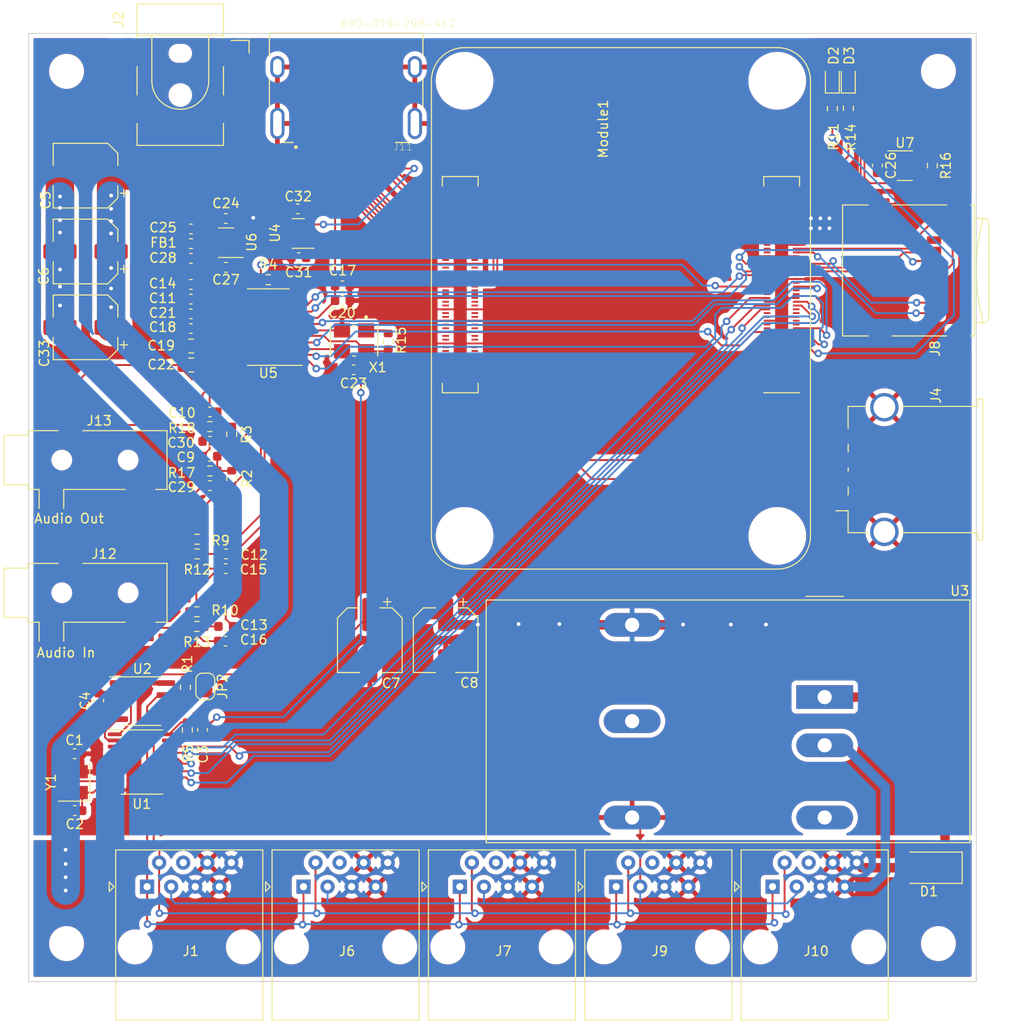
<source format=kicad_pcb>
(kicad_pcb (version 20221018) (generator pcbnew)
  (layers (0 "F.Cu" signal) (31 "B.Cu" signal) (34 "B.Paste" user) (35 "F.Paste" user) (36 "B.SilkS" user "B.Silkscreen") (37 "F.SilkS" user "F.Silkscreen") (38 "B.Mask" user) (39 "F.Mask" user) (44 "Edge.Cuts" user))
  (net 0 "")
  (net 1 "Net-(U1-OSC2)")
  (net 2 "GND")
  (net 3 "Net-(U1-OSC1)")
  (net 4 "/+3.3v")
  (net 5 "/+12v")
  (net 6 "GNDPWR")
  (net 7 "/+5v")
  (net 8 "OUTB")
  (net 9 "Net-(C9-Pad2)")
  (net 10 "OUTA")
  (net 11 "Net-(C10-Pad2)")
  (net 12 "Net-(U5-VQ)")
  (net 13 "GNDA")
  (net 14 "Net-(C12-Pad1)")
  (net 15 "INA")
  (net 16 "Net-(C13-Pad1)")
  (net 17 "INB")
  (net 18 "Net-(U5-FIL+)")
  (net 19 "+5VA")
  (net 20 "Net-(U6-BP)")
  (net 21 "/SD_PWR")
  (net 22 "Net-(C29-Pad2)")
  (net 23 "Net-(C30-Pad2)")
  (net 24 "Net-(D1-K)")
  (net 25 "Net-(D2-K)")
  (net 26 "Net-(D3-K)")
  (net 27 "CAN_L")
  (net 29 "CAN_H")
  (net 30 "/USBD_N")
  (net 31 "/USBD_P")
  (net 32 "/SD_DAT2")
  (net 33 "/SD_DAT3")
  (net 34 "/SD_CMD")
  (net 35 "/SD_CLK")
  (net 36 "/SD_DAT0")
  (net 37 "/SD_DAT1")
  (net 38 "Net-(JP2-A)")
  (net 39 "/TRD3_P")
  (net 40 "/TRD1_P")
  (net 41 "/TRD3_N")
  (net 42 "/TRD1_N")
  (net 43 "/TRD2_N")
  (net 44 "/TRD0_N")
  (net 45 "/TRD2_P")
  (net 46 "/TRD0_P")
  (net 47 "/ETH_LEDY")
  (net 48 "/SYNC_IN")
  (net 49 "/ETH_LEDG")
  (net 50 "/SYNC_OUT")
  (net 52 "/EEPROM_nWP")
  (net 53 "Net-(Module1A-PI_nLED_Activity)")
  (net 54 "/GPIO26")
  (net 55 "SDIN")
  (net 56 "LRCLK")
  (net 57 "SDOUT")
  (net 58 "/GPIO13")
  (net 59 "/GPIO16")
  (net 60 "/GPIO6")
  (net 61 "/GPIO12")
  (net 62 "/GPIO5")
  (net 63 "/ID_SC")
  (net 64 "/ID_SD")
  (net 65 "/GPIO7")
  (net 66 "CAN_SCK")
  (net 67 "CAN_CS")
  (net 68 "CAN_SO")
  (net 69 "GPIO25")
  (net 70 "CAN_SI")
  (net 71 "/GPIO24")
  (net 72 "/GPIO22")
  (net 73 "/GPIO23")
  (net 74 "/GPIO27")
  (net 75 "SCLK")
  (net 76 "R_CODEC")
  (net 77 "/GPIO15")
  (net 78 "/GPIO4")
  (net 79 "/GPIO14")
  (net 80 "SCL_CODEC")
  (net 81 "SDA_CODEC")
  (net 87 "/SD_PWR_ON")
  (net 88 "/Reserved")
  (net 89 "/SCL0")
  (net 90 "/SDA0")
  (net 92 "/WL_nDis")
  (net 94 "/BT_nDis")
  (net 95 "/RUN_PG")
  (net 96 "/nRPIBOOT")
  (net 97 "/AIN1")
  (net 98 "/nPWR_LED")
  (net 99 "/AIN0")
  (net 100 "/CAM_GPIO")
  (net 101 "/GLOBAL_EN")
  (net 102 "/nEXTRST")
  (net 103 "/USBOTG_ID")
  (net 104 "/PCIE_CLK_nREQ")
  (net 107 "/PCIE_nRST")
  (net 108 "/PCIE_CLK_P")
  (net 109 "/TV_OUT")
  (net 110 "/PCIE_CLK_N")
  (net 111 "/CAM1_D0_N")
  (net 112 "/PCIE_RX_P")
  (net 113 "/CAM1_D0_P")
  (net 114 "/PCIE_RX_N")
  (net 115 "/CAM1_D1_N")
  (net 116 "/PCIE_TX_P")
  (net 117 "/CAM1_D1_P")
  (net 118 "/PCIE_TX_N")
  (net 119 "/CAM1_C_N")
  (net 120 "/CAM0_D0_N")
  (net 121 "/CAM1_C_P")
  (net 122 "/CAM0_D0_P")
  (net 123 "/CAM1_D2_N")
  (net 124 "/CAM0_D1_N")
  (net 125 "/CAM1_D2_P")
  (net 126 "/CAM0_D1_P")
  (net 127 "/CAM1_D3_N")
  (net 128 "/CAM0_C_N")
  (net 129 "/CAM1_D3_P")
  (net 130 "/CAM0_C_P")
  (net 131 "/HDMI1_HOTPLUG")
  (net 132 "/HDMI1_SDA")
  (net 133 "/HDMI1_D2_P")
  (net 134 "/HDMI1_SCL")
  (net 135 "/HDMI1_D2_N")
  (net 136 "/HDMI1_CEC")
  (net 137 "/HDMI0_CEC")
  (net 138 "/HDMI1_D1_P")
  (net 139 "/HDMI0_HOTPLUG")
  (net 140 "/HDMI1_D1_N")
  (net 141 "/DSI0_D0_N")
  (net 142 "/HDMI1_D0_P")
  (net 143 "/DSI0_D0_P")
  (net 144 "/HDMI1_D0_N")
  (net 145 "/DSI0_D1_N")
  (net 146 "/HDMI1_CK_P")
  (net 147 "/DSI0_D1_P")
  (net 148 "/HDMI1_CK_N")
  (net 149 "/DSI0_C_N")
  (net 150 "/HDMI0_D2_P")
  (net 151 "/DSI0_C_P")
  (net 152 "/HDMI0_D2_N")
  (net 153 "/DSI1_D0_N")
  (net 154 "/HDMI0_D1_P")
  (net 155 "/DSI1_D0_P")
  (net 156 "/HDMI0_D1_N")
  (net 157 "/DSI1_D1_N")
  (net 158 "/HDMI0_D0_P")
  (net 159 "/DSI1_D1_P")
  (net 160 "/HDMI0_D0_N")
  (net 161 "/DSI1_C_N")
  (net 162 "/HDMI0_CK_P")
  (net 163 "/DSI1_C_P")
  (net 164 "/HDMI0_CK_N")
  (net 165 "/DSI1_D2_N")
  (net 166 "/DSI1_D3_N")
  (net 167 "/DSI1_D2_P")
  (net 168 "/DSI1_D3_P")
  (net 169 "/HDMI0_SDA")
  (net 170 "/HDMI0_SCL")
  (net 171 "Net-(U1-~{RESET})")
  (net 172 "Net-(X1-EN)")
  (net 173 "Net-(U1-TXCAN)")
  (net 174 "Net-(U1-RXCAN)")
  (net 186 "MCLK")
  (net 195 "/HDMI_5v")
  (net 197 "Net-(J12-PadR)")
  (net 198 "Net-(J12-PadT)")
  (footprint "Capacitor_SMD:CP_Elec_6.3x5.8" (layer "F.Cu") (at 36 64 -90)
    (fp_text reference "C7")
    (fp_text value "100u")
  )
  (footprint "Resistor_SMD:R_0603_1608Metric" (layer "F.Cu") (at 16.745 73.475 90)
    (fp_text reference "R5")
    (fp_text value "10k")
  )
  (footprint "Resistor_SMD:R_0603_1608Metric" (layer "F.Cu") (at 16.545 68.975 -90)
    (fp_text reference "R1")
    (fp_text value "120")
  )
  (footprint "MountingHole:MountingHole_3.2mm_M3" (layer "F.Cu") (at 4 96)
    (fp_text reference "H3")
    (fp_text value "MountingHole")
  )
  (footprint "Capacitor_SMD:C_0603_1608Metric" (layer "F.Cu") (at 20.8 19.525 180)
    (fp_text reference "C24")
    (fp_text value "100n")
  )
  (footprint "Capacitor_SMD:C_0805_2012Metric" (layer "F.Cu") (at 17.1625 32.975 180)
    (fp_text reference "C19")
    (fp_text value "47u")
  )
  (footprint "Resistor_SMD:R_0603_1608Metric" (layer "F.Cu") (at 37.9375 32.475 90)
    (fp_text reference "R15")
    (fp_text value "10k")
  )
  (footprint "MountingHole:MountingHole_3.2mm_M3" (layer "F.Cu") (at 96 4)
    (fp_text reference "H2")
    (fp_text value "MountingHole")
  )
  (footprint "Resistor_SMD:R_0603_1608Metric" (layer "F.Cu") (at 21.425 46.95 -90)
    (fp_text reference "R2")
    (fp_text value "10k")
  )
  (footprint "Capacitor_SMD:CP_Elec_6.3x5.8" (layer "F.Cu") (at 44 64 -90)
    (fp_text reference "C8")
    (fp_text value "100u")
  )
  (footprint "Package_SO:SOIC-8_3.9x4.9mm_P1.27mm" (layer "F.Cu") (at 11.995 70.425)
    (fp_text reference "U2")
    (fp_text value "MCP2551-I-SN")
  )
  (footprint "Connector_RJ:RJ45_Amphenol_54602-x08_Horizontal" (layer "F.Cu") (at 12.5 90)
    (fp_text reference "J1")
    (fp_text value "RJ45")
  )
  (footprint "Resistor_SMD:R_0603_1608Metric" (layer "F.Cu") (at 17.775 53.35 180)
    (fp_text reference "R9")
    (fp_text value "4.99k")
  )
  (footprint "Connector_RJ:RJ45_Amphenol_54602-x08_Horizontal" (layer "F.Cu") (at 78.5 90)
    (fp_text reference "J10")
    (fp_text value "RJ45")
  )
  (footprint "Connector_USB:USB_A_TE_292303-7_Horizontal" (layer "F.Cu") (at 93 46 90)
    (fp_text reference "J4")
    (fp_text value "USB_A")
  )
  (footprint "Connector_RJ:RJ45_Amphenol_54602-x08_Horizontal" (layer "F.Cu") (at 29 90)
    (fp_text reference "J6")
    (fp_text value "RJ45")
  )
  (footprint "Resistor_SMD:R_0603_1608Metric" (layer "F.Cu") (at 19.125 41.475)
    (fp_text reference "R18")
    (fp_text value "590")
  )
  (footprint "Resistor_SMD:R_0603_1608Metric" (layer "F.Cu") (at 25.2875 25.975 180)
    (fp_text reference "R4")
    (fp_text value "10k")
  )
  (footprint "Package_SO:TSSOP-20_4.4x6.5mm_P0.65mm" (layer "F.Cu") (at 11.95 76.85)
    (fp_text reference "U1")
    (fp_text value "MCP2515-xST")
  )
  (footprint "LED_SMD:LED_0603_1608Metric" (layer "F.Cu") (at 84.81 4.8 90)
    (fp_text reference "D2")
    (fp_text value "LED Green")
  )
  (footprint "Capacitor_SMD:C_0603_1608Metric" (layer "F.Cu") (at 20.8 62.55)
    (fp_text reference "C13")
    (fp_text value "10u")
  )
  (footprint "LED_SMD:LED_0603_1608Metric" (layer "F.Cu") (at 86.49 4.8 90)
    (fp_text reference "D3")
    (fp_text value "LED Red")
  )
  (footprint "Capacitor_SMD:C_0805_2012Metric" (layer "F.Cu") (at 17.1625 34.975 180)
    (fp_text reference "C22")
    (fp_text value "47u")
  )
  (footprint "Capacitor_SMD:C_0603_1608Metric" (layer "F.Cu") (at 19.125 44.6)
    (fp_text reference "C9")
    (fp_text value "3.3u")
  )
  (footprint "Diode_SMD:D_SMA" (layer "F.Cu") (at 95 88 180)
    (fp_text reference "D1")
    (fp_text value "SS54")
  )
  (footprint "Capacitor_SMD:CP_Elec_6.3x5.8" (layer "F.Cu") (at 6 31 180)
    (fp_text reference "C33")
    (fp_text value "100u")
  )
  (footprint "Capacitor_SMD:C_0603_1608Metric" (layer "F.Cu") (at 4.87 81.975 180)
    (fp_text reference "C2")
    (fp_text value "27p")
  )
  (footprint "Crystal:Crystal_SMD_3225-4Pin_3.2x2.5mm" (layer "F.Cu") (at 4.795 78.975 90)
    (fp_text reference "Y1")
    (fp_text value "8Mhz")
  )
  (footprint "Connector_RJ:RJ45_Amphenol_54602-x08_Horizontal" (layer "F.Cu") (at 45.5 90)
    (fp_text reference "J7")
    (fp_text value "RJ45")
  )
  (footprint "Capacitor_SMD:C_0603_1608Metric" (layer "F.Cu") (at 20.775 64.1)
    (fp_text reference "C16")
    (fp_text value "220p")
  )
  (footprint "Capacitor_SMD:C_0603_1608Metric" (layer "F.Cu") (at 17.1125 29.575 180)
    (fp_text reference "C21")
    (fp_text value "100n")
  )
  (footprint "Connector_Card:microSD_HC_Wuerth_693072010801" (layer "F.Cu") (at 94 25 -90)
    (fp_text reference "J8")
    (fp_text value "Micro_SD_Card")
  )
  (footprint "Capacitor_SMD:C_0603_1608Metric" (layer "F.Cu") (at 33.1125 28.175)
    (fp_text reference "C20")
    (fp_text value "100n")
  )
  (footprint "MountingHole:MountingHole_3.2mm_M3" (layer "F.Cu") (at 96 96)
    (fp_text reference "H4")
    (fp_text value "MountingHole")
  )
  (footprint "Capacitor_SMD:C_0603_1608Metric" (layer "F.Cu") (at 18.345 73.45 -90)
    (fp_text reference "C3")
    (fp_text value "100n")
  )
  (footprint "Package_TO_SOT_SMD:SOT-23-6" (layer "F.Cu") (at 20.8375 22.075 180)
    (fp_text reference "U6")
    (fp_text value "TPS79301-EP")
  )
  (footprint "Resistor_SMD:R_0603_1608Metric" (layer "F.Cu") (at 84.81 7.925 -90)
    (fp_text reference "R11")
    (fp_text value "1k")
  )
  (footprint "Resistor_SMD:R_0603_1608Metric" (layer "F.Cu") (at 17.775 54.9 180)
    (fp_text reference "R12")
    (fp_text value "10k")
  )
  (footprint "Capacitor_SMD:C_0603_1608Metric" (layer "F.Cu") (at 28.5 23.65 180)
    (fp_text reference "C31")
    (fp_text value "100n")
  )
  (footprint "Connector_BarrelJack:BarrelJack_CLIFF_FC681465S_SMT_Horizontal" (layer "F.Cu") (at 16 5 -90)
    (fp_text reference "J2")
    (fp_text value "Barrel_Jack_Switch")
  )
  (footprint "Capacitor_SMD:C_0603_1608Metric" (layer "F.Cu") (at 89.5625 13.925 -90)
    (fp_text reference "C26")
    (fp_text value "10u")
  )
  (footprint "Connector_Audio:Jack_3.5mm_CUI_SJ-3523-SMT_Horizontal" (layer "F.Cu") (at 6 45 90)
    (fp_text reference "J13")
    (fp_text value "AudioJack3")
  )
  (footprint "Capacitor_SMD:C_0603_1608Metric" (layer "F.Cu") (at 17.1125 26.475 180)
    (fp_text reference "C14")
    (fp_text value "10u")
  )
  (footprint "Resistor_SMD:R_0603_1608Metric" (layer "F.Cu") (at 17.75 61 180)
    (fp_text reference "R10")
    (fp_text value "4.99k")
  )
  (footprint "Capacitor_SMD:C_0603_1608Metric" (layer "F.Cu") (at 20.825 54.9)
    (fp_text reference "C12")
    (fp_text value "10u")
  )
  (footprint "Capacitor_SMD:C_0603_1608Metric" (layer "F.Cu") (at 20.825 24.675)
    (fp_text reference "C27")
    (fp_text value "10u")
  )
  (footprint "Capacitor_SMD:C_0603_1608Metric" (layer "F.Cu") (at 4.845 75.975)
    (fp_text reference "C1")
    (fp_text value "27p")
  )
  (footprint "Package_SO:TSSOP-24_4.4x7.8mm_P0.65mm" (layer "F.Cu") (at 25.2875 30.975 180)
    (fp_text reference "U5")
    (fp_text value "CS4270")
  )
  (footprint "Capacitor_SMD:C_0603_1608Metric" (layer "F.Cu") (at 7.395 70.375 90)
    (fp_text reference "C4")
    (fp_text value "100n")
  )
  (footprint "Capacitor_SMD:C_0603_1608Metric" (layer "F.Cu") (at 17.1125 28.025 180)
    (fp_text reference "C11")
    (fp_text value "100n")
  )
  (footprint "Connector_Audio:Jack_3.5mm_CUI_SJ-3523-SMT_Horizontal" (layer "F.Cu") (at 6 59 90)
    (fp_text reference "J12")
    (fp_text value "AudioJack3")
  )
  (footprint "Capacitor_SMD:C_0603_1608Metric" (layer "F.Cu") (at 19.125 43.025 180)
    (fp_text reference "C30")
    (fp_text value "2.7n")
  )
  (footprint "CM4IO:Raspberry-Pi-4-Compute-Module" (layer "F.Cu") (at 79 5 180)
    (fp_text reference "Module1")
    (fp_text value "ComputeModule4")
  )
  (footprint "Capacitor_SMD:C_0603_1608Metric" (layer "F.Cu") (at 17.125 20.625 180)
    (fp_text reference "C25")
    (fp_text value "10n")
  )
  (footprint "Resistor_SMD:R_0603_1608Metric" (layer "F.Cu") (at 17.75 62.55 180)
    (fp_text reference "R13")
    (fp_text value "10k")
  )
  (footprint "Package_TO_SOT_SMD:SOT-23-5" (layer "F.Cu") (at 92.4625 13.95)
    (fp_text reference "U7")
    (fp_text value "RT9742GGJ5")
  )
  (footprint "Capacitor_SMD:C_0603_1608Metric" (layer "F.Cu") (at 19.125 47.7 180)
    (fp_text reference "C29")
    (fp_text value "2.7n")
  )
  (footprint "Capacitor_SMD:C_0603_1608Metric" (layer "F.Cu") (at 20.8 56.45)
    (fp_text reference "C15")
    (fp_text value "220p")
  )
  (footprint "Capacitor_SMD:C_0603_1608Metric" (layer "F.Cu") (at 34.2875 35.475 180)
    (fp_text reference "C23")
    (fp_text value "10n")
  )
  (footprint "Capacitor_SMD:CP_Elec_6.3x5.8" (layer "F.Cu") (at 6 23 180)
    (fp_text reference "C6")
    (fp_text value "100u")
  )
  (footprint "Inductor_SMD:L_0603_1608Metric" (layer "F.Cu") (at 17.125 22.175)
    (fp_text reference "FB1")
    (fp_text value "FerriteBead_Small")
  )
  (footprint "Capacitor_SMD:C_0603_1608Metric" (layer "F.Cu") (at 17.125 23.725 180)
    (fp_text reference "C28")
    (fp_text value "100n")
  )
  (footprint "Capacitor_SMD:C_0603_1608Metric" (layer "F.Cu") (at 33.1125 26.625)
    (fp_text reference "C17")
    (fp_text value "10u")
  )
  (footprint "CM4IO:EDAC 690-019-298-412" (layer "F.Cu") (at 33.5 9.5 180)
    (fp_text reference "J11")
    (fp_text value "690-019-298-412")
  )
  (footprint "AlexCustom:XTAL_ASFL1-8.000MHZ-EC-T" (layer "F.Cu") (at 34.3375 32.425 -90)
    (fp_text reference "X1")
    (fp_text value "12.288MHz" hide)
  )
  (footprint "Resistor_SMD:R_0603_1608Metric" (layer "F.Cu") (at 95.3625 13.95 -90)
    (fp_text reference "R16")
    (fp_text value "12K 1%")
  )
  (footprint "Capacitor_SMD:C_0603_1608Metric" (layer "F.Cu") (at 28.4 18.5 180)
    (fp_text reference "C32")
    (fp_text value "100n")
  )
  (footprint "Resistor_SMD:R_0603_1608Metric" (layer "F.Cu") (at 19.125 46.15)
    (fp_text reference "R17")
    (fp_text value "590")
  )
  (footprint "Resistor_SMD:R_0603_1608Metric" (layer "F.Cu") (at 21.425 42.275 -90)
    (fp_text reference "R3")
    (fp_text value "10k")
  )
  (footprint "Package_TO_SOT_SMD:SOT-23" (layer "F.Cu") (at 28.4375 21.1 180)
    (fp_text reference "U4")
    (fp_text value "RT9742SNGV")
  )
  (footprint "MountingHole:MountingHole_3.2mm_M3" (layer "F.Cu") (at 4 4)
    (fp_text reference "H1")
    (fp_text value "MountingHole")
  )
  (footprint "Capacitor_SMD:C_0603_1608Metric" (layer "F.Cu") (at 17.1125 31.125 180)
    (fp_text reference "C18")
    (fp_text value "100n")
  )
  (footprint "Converter_DCDC:Converter_DCDC_TRACO_TEN20-xxxx_THT" (layer "F.Cu") (at 84 70 -90)
    (fp_text reference "U3")
    (fp_text value "TEN20-2411WIN")
  )
  (footprint "Jumper:SolderJumper-2_P1.3mm_Bridged_RoundedPad1.0x1.5mm" (layer "F.Cu") (at 18.645 68.875 -90)
    (fp_text reference "JP2")
    (fp_text value "SolderJumper_2_Bridged")
  )
  (footprint "Capacitor_SMD:C_0603_1608Metric" (layer "F.Cu") (at 19.125 39.925)
    (fp_text reference "C10")
    (fp_text value "3.3u")
  )
  (footprint "Capacitor_SMD:CP_Elec_6.3x5.8" (layer "F.Cu") (at 6 15 180)
    (fp_text reference "C5")
    (fp_text value "100u")
  )
  (footprint "Connector_RJ:RJ45_Amphenol_54602-x08_Horizontal" (layer "F.Cu") (at 62 90)
    (fp_text reference "J9")
    (fp_text value "RJ45")
  )
  (footprint "Resistor_SMD:R_0603_1608Metric" (layer "F.Cu") (at 86.5 7.9 -90)
    (fp_text reference "R14")
    (fp_text value "1k")
  )
  (gr_rect (start 0 0) (end 100 100) (stroke (width 0.1)) (fill none) (layer "Edge.Cuts"))
  (gr_text "Audio In" (at 0.75 65.9) (layer "F.SilkS") (effects (font (size 1 1)) (justify left bottom)))
  (gr_text "Audio Out" (at 0.5 51.75) (layer "F.SilkS") (effects (font (size 1 1)) (justify left bottom)))
  (segment (start 3.945 76.1) (end 4.07 75.975) (width 0.2) (layer "F.Cu") (net 1))
  (segment (start 8.395 78.475) (end 9.0875 78.475) (width 0.2) (layer "F.Cu") (net 1))
  (segment (start 3.945 77.875) (end 3.945 76.1) (width 0.2) (layer "F.Cu") (net 1))
  (segment (start 7.995 78.875) (end 8.395 78.475) (width 0.2) (layer "F.Cu") (net 1))
  (segment (start 3.945 77.875) (end 3.945 77.975) (width 0.2) (layer "F.Cu") (net 1))
  (segment (start 4.845 78.875) (end 7.995 78.875) (width 0.2) (layer "F.Cu") (net 1))
  (segment (start 3.945 77.975) (end 4.845 78.875) (width 0.2) (layer "F.Cu") (net 1))
  (segment (start 77.92 32.3) (end 76.8 32.3) (width 0.2) (layer "F.Cu") (net 2))
  (segment (start 79.45 27.9) (end 81 27.9) (width 0.2) (layer "F.Cu") (net 2))
  (segment (start 44 29.1) (end 48.4 29.1) (width 0.2) (layer "F.Cu") (net 2))
  (segment (start 77.92 36.3) (end 76.8 36.3) (width 0.2) (layer "F.Cu") (net 2))
  (segment (start 32.5 10.23) (end 32.5 8.05) (width 0.2) (layer "F.Cu") (net 2))
  (segment (start 48.4 33.9) (end 48.4 35.1) (width 0.2) (layer "F.Cu") (net 2))
  (segment (start 42.4 24.3) (end 42.4 23.1) (width 0.2) (layer "F.Cu") (net 2))
  (segment (start 48.4 20.7) (end 48.4 21.9) (width 0.2) (layer "F.Cu") (net 2))
  (segment (start 87.8 16.075) (end 87.8 11.5) (width 0.2) (layer "F.Cu") (net 2))
  (segment (start 64.54 83.56) (end 63.68 82.7) (width 0.2) (layer "F.Cu") (net 2))
  (segment (start 77.92 21.9) (end 78.47 21.9) (width 0.2) (layer "F.Cu") (net 2))
  (segment (start 90.3125 13.95) (end 91.325 13.95) (width 0.2) (layer "F.Cu") (net 2))
  (segment (start 77.92 33.9) (end 81 33.9) (width 0.2) (layer "F.Cu") (net 2))
  (segment (start 44 30.3) (end 42.4 30.3) (width 0.2) (layer "F.Cu") (net 2))
  (segment (start 48.4 18.3) (end 48.4 17.1) (width 0.2) (layer "F.Cu") (net 2))
  (segment (start 48.4 20.7) (end 42.4 20.7) (width 0.2) (layer "F.Cu") (net 2))
  (segment (start 48.4 23.1) (end 48.4 24.3) (width 0.2) (layer "F.Cu") (net 2))
  (segment (start 77.92 24.7) (end 81 24.7) (width 0.2) (layer "F.Cu") (net 2))
  (segment (start 77.92 37.02) (end 77.95 37.05) (width 0.2) (layer "F.Cu") (net 2))
  (segment (start 81 33.9) (end 82.2 33.9) (width 0.2) (layer "F.Cu") (net 2))
  (segment (start 29.5 10.23) (end 29.5 7.95) (width 0.2) (layer "F.Cu") (net 2))
  (segment (start 31.05 10.18) (end 31.05 8.05) (width 0.2) (layer "F.Cu") (net 2))
  (segment (start 81 25.9) (end 82.2 25.9) (width 0.2) (layer "F.Cu") (net 2))
  (segment (start 42.4 18.3) (end 42.4 17.1) (width 0.2) (layer "F.Cu") (net 2))
  (segment (start 47.7 15.75) (end 48.4 16.45) (width 0.2) (layer "F.Cu") (net 2))
  (segment (start 48.4 31.5) (end 48.4 32.7) (width 0.2) (layer "F.Cu") (net 2))
  (segment (start 81 25.9) (end 79.45 25.9) (width 0.2) (layer "F.Cu") (net 2))
  (segment (start 44 27.9) (end 42.4 27.9) (width 0.2) (layer "F.Cu") (net 2))
  (segment (start 42.4 33.9) (end 42.4 32.7) (width 0.2) (layer "F.Cu") (net 2))
  (segment (start 76.7 33.9) (end 76.65 33.95) (width 0.2) (layer "F.Cu") (net 2))
  (segment (start 82.15 36.3) (end 82.2 36.35) (width 0.2) (layer "F.Cu") (net 2))
  (segment (start 42.4 24.3) (end 48.4 24.3) (width 0.2) (layer "F.Cu") (net 2))
  (segment (start 79.05 26.3) (end 77.92 26.3) (width 0.2) (layer "F.Cu") (net 2))
  (segment (start 47.08 17.1) (end 48.4 17.1) (width 0.2) (layer "F.Cu") (net 2))
  (segment (start 76.8 36.3) (end 76.75 36.25) (width 0.2) (layer "F.Cu") (net 2))
  (segment (start 48.4 18.3) (end 48.4 19.5) (width 0.2) (layer "F.Cu") (net 2))
  (segment (start 79.45 25.9) (end 79.05 26.3) (width 0.2) (layer "F.Cu") (net 2))
  (segment (start 42.4 26.7) (end 42.4 25.5) (width 0.2) (layer "F.Cu") (net 2))
  (segment (start 77.92 32.3) (end 79.95 32.3) (width 0.2) (layer "F.Cu") (net 2))
  (segment (start 81 37.05) (end 81.05 37.1) (width 0.2) (layer "F.Cu") (net 2))
  (segment (start 31 10.23) (end 31.05 10.18) (width 0.2) (layer "F.Cu") (net 2))
  (segment (start 7.585 69.79) (end 7.395 69.6) (width 0.2) (layer "F.Cu") (net 2))
  (segment (start 89.5625 14.7) (end 88.6 13.7375) (width 0.2) (layer "F.Cu") (net 2))
  (segment (start 44 18.3) (end 42.4 18.3) (width 0.2) (layer "F.Cu") (net 2))
  (segment (start 48.4 19.5) (end 48.4 20.7) (width 0.2) (layer "F.Cu") (net 2))
  (segment (start 42.4 31.5) (end 42.4 30.3) (width 0.2) (layer "F.Cu") (net 2))
  (segment (start 44 35.1) (end 42.4 35.1) (width 0.2) (layer "F.Cu") (net 2))
  (segment (start 47.08 35.1) (end 44 35.1) (width 0.2) (layer "F.Cu") (net 2))
  (segment (start 26.15 28.05) (end 26.15 26.0125) (width 0.2) (layer "F.Cu") (net 2))
  (segment (start 22.425 27.4) (end 20.8 27.4) (width 0.2) (layer "F.Cu") (net 2))
  (segment (start 42.4 35.1) (end 42.4 33.9) (width 0.2) (layer "F.Cu") (net 2))
  (segment (start 78.87 22.3) (end 81 22.3) (width 0.2) (layer "F.Cu") (net 2))
  (segment (start 48.4 23.1) (end 42.4 23.1) (width 0.2) (layer "F.Cu") (net 2))
  (segment (start 47.08 18.3) (end 48.4 18.3) (width 0.2) (layer "F.Cu") (net 2))
  (segment (start 28.175 31.325) (end 33.0675 31.325) (width 0.2) (layer "F.Cu") (net 2))
  (segment (start 44 29.1) (end 42.4 29.1) (width 0.2) (layer "F.Cu") (net 2))
  (segment (start 42.4 27.9) (end 42.4 26.7) (width 0.2) (layer "F.Cu") (net 2))
  (segment (start 17.9 22.175) (end 16.35 20.625) (width 0.2) (layer "F.Cu") (net 2))
  (segment (start 48.4 21.9) (end 48.4 23.1) (width 0.2) (layer "F.Cu") (net 2))
  (segment (start 77.92 30.3) (end 79.15 30.3) (width 0.2) (layer "F.Cu") (net 2))
  (segment (start 88.6 11.4) (end 89.2 10.8) (width 0.2) (layer "F.Cu") (net 2))
  (segment (start 81 36.3) (end 81 37.05) (width 0.2) (layer "F.Cu") (net 2))
  (segment (start 45.4 27.9) (end 45.4 26.6) (width 0.2) (layer "F.Cu") (net 2))
  (segment (start 42.4 32.7) (end 48.4 32.7) (width 0.2) (layer "F.Cu") (net 2))
  (segment (start 48.4 16.45) (end 48.4 17.1) (width 0.2) (layer "F.Cu") (net 2))
  (segment (start 87.8 5.6) (end 87 4.8) (width 0.2) (layer "F.Cu") (net 2))
  (segment (start 44 31.5) (end 42.4 31.5) (width 0.2) (layer "F.Cu") (net 2))
  (segment (start 81 22.3) (end 81.9 22.3) (width 0.2) (layer "F.Cu") (net 2))
  (segment (start 80.35 31.9) (end 81 31.9) (width 0.2) (layer "F.Cu") (net 2))
  (segment (start 45.4 25.5) (end 42.4 25.5) (width 0.2) (layer "F.Cu") (net 2))
  (segment (start 87 4.8) (end 86.7 4.8) (width 0.2) (layer "F.Cu") (net 2))
  (segment (start 28.15 28.05) (end 26.15 28.05) (width 0.2) (layer "F.Cu") (net 2))
  (segment (start 79.05 28.3) (end 79.45 27.9) (width 0.2) (layer "F.Cu") (net 2))
  (segment (start 48.4 25.5) (end 45.4 25.5) (width 0.2) (layer "F.Cu") (net 2))
  (segment (start 44 27.9) (end 45.4 27.9) (width 0.2) (layer "F.Cu") (net 2))
  (segment (start 77.92 21.9) (end 76.7 21.9) (width 0.2) (layer "F.Cu") (net 2))
  (segment (start 42.4 25.5) (end 42.4 24.3) (width 0.2) (layer "F.Cu") (net 2))
  (segment (start 77.92 35.1) (end 76.75 35.1) (width 0.2) (layer "F.Cu") (net 2))
  (segment (start 37 10.23) (end 37 12.7) (width 0.2) (layer "F.Cu") (net 2))
  (segment (start 34 10.23) (end 34 8.1) (width 0.2) (layer "F.Cu") (net 2))
  (segment (start 89.85 18.125) (end 87.8 16.075) (width 0.2) (layer "F.Cu") (net 2))
  (segment (start 77.92 35.1) (end 81 35.1) (width 0.2) (layer "F.Cu") (net 2))
  (segment (start 48.4 29.1) (end 48.4 30.3) (width 0.2) (layer "F.Cu") (net 2))
  (segment (start 48.4 24.3) (end 48.4 25.5) (width 0.2) (layer "F.Cu") (net 2))
  (segment (start 42.4 32.7) (end 42.4 31.5) (width 0.2) (layer "F.Cu") (net 2))
  (segment (start 77.92 23.5) (end 81 23.5) (width 0.2) (layer "F.Cu") (net 2))
  (segment (start 77.92 17.1) (end 76.75 17.1) (width 0.2) (layer "F.Cu") (net 2))
  (segment (start 89.5625 14.7) (end 90.3125 13.95) (width 0.2) (layer "F.Cu") (net 2))
  (segment (start 79.55 29.9) (end 81 29.9) (width 0.2) (layer "F.Cu") (net 2))
  (segment (start 79.95 32.3) (end 80.35 31.9) (width 0.2) (layer "F.Cu") (net 2))
  (segment (start 42.4 29.1) (end 42.4 27.9) (width 0.2) (layer "F.Cu") (net 2))
  (segment (start 77.92 36.3) (end 81 36.3) (width 0.2) (layer "F.Cu") (net 2))
  (segment (start 44 30.3) (end 48.4 30.3) (width 0.2) (layer "F.Cu") (net 2))
  (segment (start 77.92 33.9) (end 76.7 33.9) (width 0.2) (layer "F.Cu") (net 2))
  (segment (start 44 18.3) (end 47.08 18.3) (width 0.2) (layer "F.Cu") (net 2))
  (segment (start 9.52 69.79) (end 7.585 69.79) (width 0.2) (layer "F.Cu") (net 2))
  (segment (start 48.4 21.9) (end 42.4 21.9) (width 0.2) (layer "F.Cu") (net 2))
  (segment (start 26.15 26.0125) (end 26.1125 25.975) (width 0.2) (layer "F.Cu") (net 2))
  (segment (start 45.4 26.6) (end 45.4 25.5) (width 0.2) (layer "F.Cu") (net 2))
  (segment (start 42.4 30.3) (end 42.4 29.1) (width 0.2) (layer "F.Cu") (net 2))
  (segment (start 28.15 31.3) (end 28.175 31.325) (width 0.2) (layer "F.Cu") (net 2))
  (segment (start 77.92 23.5) (end 76.75 23.5) (width 0.2) (layer "F.Cu") (net 2))
  (segment (start 45.4 26.7) (end 45.4 26.6) (width 0.2) (layer "F.Cu") (net 2))
  (segment (start 48.4 19.5) (end 42.4 19.5) (width 0.2) (layer "F.Cu") (net 2))
  (segment (start 81 35.1) (end 82.15 35.1) (width 0.2) (layer "F.Cu") (net 2))
  (segment (start 37 12.7) (end 40.05 15.75) (width 0.2) (layer "F.Cu") (net 2))
  (segment (start 64.54 90) (end 64.54 83.56) (width 0.2) (layer "F.Cu") (net 2))
  (segment (start 40.05 15.75) (end 47.7 15.75) (width 0.2) (layer "F.Cu") (net 2))
  (segment (start 77.92 17.1) (end 79.1 17.1) (width 0.2) (layer "F.Cu") (net 2))
  (segment (start 88.6 13.7375) (end 88.6 12.1875) (width 0.2) (layer "F.Cu") (net 2))
  (segment (start 44 17.1) (end 47.08 17.1) (width 0.2) (layer "F.Cu") (net 2))
  (segment (start 42.4 33.9) (end 48.4 33.9) (width 0.2) (layer "F.Cu") (net 2))
  (segment (start 81 36.3) (end 82.15 36.3) (width 0.2) (layer "F.Cu") (net 2))
  (segment (start 17.9125 22.175) (end 17.9 22.175) (width 0.2) (layer "F.Cu") (net 2))
  (segment (start 86.7 4.8) (end 83.05 4.8) (width 0.2) (layer "F.Cu") (net 2))
  (segment (start 77.92 28.3) (end 79.05 28.3) (width 0.2) (layer "F.Cu") (net 2))
  (segment (start 44 31.5) (end 48.4 31.5) (width 0.2) (layer "F.Cu") (net 2))
  (segment (start 48.4 32.7) (end 48.4 33.9) (width 0.2) (layer "F.Cu") (net 2))
  (segment (start 78.47 21.9) (end 78.87 22.3) (width 0.2) (layer "F.Cu") (net 2))
  (segment (start 88.6 12.1875) (end 88.6 11.4) (width 0.2) (layer "F.Cu") (net 2))
  (segment (start 20.8 27.4) (end 20.75 27.35) (width 0.2) (layer "F.Cu") (net 2))
  (segment (start 77.92 36.3) (end 77.92 37.02) (width 0.2) (layer "F.Cu") (net 2))
  (segment (start 42.4 17.1) (end 44 17.1) (width 0.2) (layer "F.Cu") (net 2))
  (segment (start 48.4 35.1) (end 47.08 35.1) (width 0.2) (layer "F.Cu") (net 2))
  (segment (start 79.15 30.3) (end 79.55 29.9) (width 0.2) (layer "F.Cu") (net 2))
  (segment (start 42.4 26.7) (end 45.4 26.7) (width 0.2) (layer "F.Cu") (net 2))
  (segment (start 87.8 11.5) (end 87.8 5.6) (width 0.2) (layer "F.Cu") (net 2))
  (segment (start 48.4 30.3) (end 48.4 31.5) (width 0.2) (layer "F.Cu") (net 2))
  (segment (start 31.54 91.72) (end 31.5 91.76) (width 0.2) (layer "B.Cu") (net 2))
  (segment (start 31.5 91.76) (end 48 91.76) (width 0.2) (layer "B.Cu") (net 2))
  (segment (start 15.04 91.34) (end 15.46 91.76) (width 0.2) (layer "B.Cu") (net 2))
  (segment (start 31.54 90) (end 31.54 91.72) (width 0.2) (layer "B.Cu") (net 2))
  (segment (start 64.5 91.76) (end 80.04 91.76) (width 0.2) (layer "B.Cu") (net 2))
  (segment (start 48.04 91.72) (end 48 91.76) (width 0.2) (layer "B.Cu") (net 2))
  (segment (start 63.68 82.7) (end 64.54 83.56) (width 0.2) (layer "B.Cu") (net 2))
  (segment (start 64.54 91.72) (end 64.5 91.76) (width 0.2) (layer "B.Cu") (net 2))
  (segment (start 48 91.76) (end 64.5 91.76) (width 0.2) (layer "B.Cu") (net 2))
  (segment (start 15.04 90) (end 15.04 91.34) (width 0.2) (layer "B.Cu") (net 2))
  (segment (start 81.04 90.76) (end 81.04 90) (width 0.2) (layer "B.Cu") (net 2))
  (segment (start 80.04 91.76) (end 81.04 90.76) (width 0.2) (layer "B.Cu") (net 2))
  (segment (start 48.04 90) (end 48.04 91.72) (width 0.2) (layer "B.Cu") (net 2))
  (segment (start 64.54 90) (end 64.54 91.72) (width 0.2) (layer "B.Cu") (net 2))
  (segment (start 15.46 91.76) (end 31.5 91.76) (width 0.2) (layer "B.Cu") (net 2))
  (segment (start 5.645 80.075) (end 6.827842 80.075) (width 0.2) (layer "F.Cu") (net 3))
  (segment (start 5.645 80.075) (end 5.645 81.975) (width 0.2) (layer "F.Cu") (net 3))
  (segment (start 8.160685 79.275) (end 8.310685 79.125) (width 0.2) (layer "F.Cu") (net 3))
  (segment (start 8.310685 79.125) (end 9.0875 79.125) (width 0.2) (layer "F.Cu") (net 3))
  (segment (start 7.627842 79.275) (end 8.160685 79.275) (width 0.2) (layer "F.Cu") (net 3))
  (segment (start 6.827842 80.075) (end 7.627842 79.275) (width 0.2) (layer "F.Cu") (net 3))
  (segment (start 35.0625 35.475) (end 35.6075 34.93) (width 0.2) (layer "F.Cu") (net 4))
  (segment (start 92.5 15.1) (end 92.5 14.1) (width 0.2) (layer "F.Cu") (net 4))
  (segment (start 16.77 72.675) (end 16.745 72.65) (width 0.2) (layer "F.Cu") (net 4))
  (segment (start 18.345 72.675) (end 16.77 72.675) (width 0.2) (layer "F.Cu") (net 4))
  (segment (start 32.3375 28.175) (end 32.3375 26.625) (width 0.2) (layer "F.Cu") (net 4))
  (segment (start 28.15 30) (end 30.5125 30) (width 0.2) (layer "F.Cu") (net 4))
  (segment (start 78.5 21.1) (end 77.92 21.1) (width 0.2) (layer "F.Cu") (net 4))
  (segment (start 16.745 72.65) (end 16.0875 72.65) (width 0.2) (layer "F.Cu") (net 4))
  (segment (start 32.3375 26.625) (end 32.3375 18.9875) (width 0.2) (layer "F.Cu") (net 4))
  (segment (start 76.2 19.5) (end 75.3 18.6) (width 0.2) (layer "F.Cu") (net 4))
  (segment (start 28.15 31.95) (end 27.496815 31.95) (width 0.2) (layer "F.Cu") (net 4))
  (segment (start 27.496815 31.95) (end 27.1125 31.565685) (width 0.2) (layer "F.Cu") (net 4))
  (segment (start 35.0625 35.475) (end 35.0625 37.8875) (width 0.2) (layer "F.Cu") (net 4))
  (segment (start 84.81 4.0125) (end 81.9975 1.2) (width 0.2) (layer "F.Cu") (net 4))
  (segment (start 31.1625 31.9) (end 31.7375 32.475) (width 0.2) (layer "F.Cu") (net 4))
  (segment (start 78.6 20.03) (end 78.6 21) (width 0.2) (layer "F.Cu") (net 4))
  (segment (start 93.6 13) (end 95.2375 13) (width 0.2) (layer "F.Cu") (net 4))
  (segment (start 28.15 31.95) (end 28.2 31.9) (width 0.2) (layer "F.Cu") (net 4))
  (segment (start 78.6 21) (end 78.5 21.1) (width 0.2) (layer "F.Cu") (net 4))
  (segment (start 30.5125 30) (end 32.3375 28.175) (width 0.2) (layer "F.Cu") (net 4))
  (segment (start 37.9375 33.3) (end 37.7125 33.525) (width 0.2) (layer "F.Cu") (net 4))
  (segment (start 27.4875 30) (end 28.15 30) (width 0.2) (layer "F.Cu") (net 4))
  (segment (start 24.4 11.05) (end 24.4 2.5) (width 0.2) (layer "F.Cu") (net 4))
  (segment (start 19.286396 72.675) (end 19.845 72.116396) (width 0.2) (layer "F.Cu") (net 4))
  (segment (start 87.1625 4.0125) (end 88.2 5.05) (width 0.2) (layer "F.Cu") (net 4))
  (segment (start 37.7125 33.525) (end 35.6075 33.525) (width 0.2) (layer "F.Cu") (net 4))
  (segment (start 91.8 15.8) (end 92.5 15.1) (width 0.2) (layer "F.Cu") (net 4))
  (segment (start 92.5 14.1) (end 93.6 13) (width 0.2) (layer "F.Cu") (net 4))
  (segment (start 77.92 19.5) (end 76.2 19.5) (width 0.2) (layer "F.Cu") (net 4))
  (segment (start 78.47 19.9) (end 78.6 20.03) (width 0.2) (layer "F.Cu") (net 4))
  (segment (start 27.1125 31.565685) (end 27.1125 30.375) (width 0.2) (layer "F.Cu") (net 4))
  (segment (start 77.92 19.5) (end 77.92 19.9) (width 0.2) (layer "F.Cu") (net 4))
  (segment (start 77.92 19.9) (end 78.47 19.9) (width 0.2) (layer "F.Cu") (net 4))
  (segment (start 24.4 2.5) (end 25.7 1.2) (width 0.2) (layer "F.Cu") (net 4))
  (segment (start 84.81 4.0125) (end 86.49 4.0125) (width 0.2) (layer "F.Cu") (net 4))
  (segment (start 18.345 72.675) (end 19.286396 72.675) (width 0.2) (layer "F.Cu") (net 4))
  (segment (start 35.0625 37.8875) (end 35.05 37.9) (width 0.2) (layer "F.Cu") (net 4))
  (segment (start 95.2375 13) (end 95.3625 13.125) (width 0.2) (layer "F.Cu") (net 4))
  (segment (start 35.6075 34.93) (end 35.6075 33.525) (width 0.2) (layer "F.Cu") (net 4))
  (segment (start 27.1125 30.375) (end 27.4875 30) (width 0.2) (layer "F.Cu") (net 4))
  (segment (start 31.7375 32.475) (end 34.5575 32.475) (width 0.2) (layer "F.Cu") (net 4))
  (segment (start 88.75 15.8) (end 91.8 15.8) (width 0.2) (layer "F.Cu") (net 4))
  (segment (start 81.9975 1.2) (end 75.5 1.2) (width 0.2) (layer "F.Cu") (net 4))
  (segment (start 16.0875 72.65) (end 14.8125 73.925) (width 0.2) (layer "F.Cu") (net 4))
  (segment (start 34.5575 32.475) (end 35.6075 33.525) (width 0.2) (layer "F.Cu") (net 4))
  (segment (start 88.2 15.25) (end 88.75 15.8) (width 0.2) (layer "F.Cu") (net 4))
  (segment (start 88.2 5.05) (end 88.2 15.25) (width 0.2) (layer "F.Cu") (net 4))
  (segment (start 75.3 1.2) (end 75.5 1.2) (width 0.2) (layer "F.Cu") (net 4))
  (segment (start 75.3 18.6) (end 75.3 1.2) (width 0.2) (layer "F.Cu") (net 4))
  (segment (start 28.2 31.9) (end 31.1625 31.9) (width 0.2) (layer "F.Cu") (net 4))
  (segment (start 32.3375 18.9875) (end 24.4 11.05) (width 0.2) (layer "F.Cu") (net 4))
  (segment (start 25.7 1.2) (end 75.3 1.2) (width 0.2) (layer "F.Cu") (net 4))
  (segment (start 86.49 4.0125) (end 87.1625 4.0125) (width 0.2) (layer "F.Cu") (net 4))
  (via (at 19.845 72.116396) (size 0.8) (drill 0.4) (layers "F.Cu" "B.Cu") (net 4))
  (via (at 35.05 37.9) (size 0.8) (drill 0.4) (layers "F.Cu" "B.Cu") (net 4))
  (segment (start 26.883604 72.116396) (end 19.845 72.116396) (width 0.2) (layer "B.Cu") (net 4))
  (segment (start 35.05 63.95) (end 26.883604 72.116396) (width 0.2) (layer "B.Cu") (net 4))
  (segment (start 35.05 37.9) (end 35.05 63.95) (width 0.2) (layer "B.Cu") (net 4))
  (segment (start 93 88) (end 87.93 88) (width 1) (layer "F.Cu") (net 5))
  (segment (start 8.699793 28.87225) (end 8.7 28.872457) (width 3) (layer "F.Cu") (net 5))
  (segment (start 21.5 2) (end 21.5 8) (width 3) (layer "F.Cu") (net 5))
  (segment (start 21.5 10) (end 16.5 15) (width 3) (layer "F.Cu") (net 5))
  (segment (start 8.7 24.75) (end 8.7 26.9) (width 3) (layer "F.Cu") (net 5))
  (segment (start 8.7 28.872043) (end 8.699793 28.87225) (width 3) (layer "F.Cu") (net 5))
  (segment (start 21.5 8) (end 21.5 10) (width 3) (layer "F.Cu") (net 5))
  (segment (start 8.7 23) (end 8.7 24.75) (width 3) (layer "F.Cu") (net 5))
  (segment (start 8.7 26.9) (end 8.7 28.872043) (width 3) (layer "F.Cu") (net 5))
  (segment (start 8.7 18.5) (end 8.7 19.8) (width 3) (layer "F.Cu") (net 5))
  (segment (start 87.93 88) (end 87.39 87.46) (width 1) (layer "F.Cu") (net 5))
  (segment (start 8.7 15) (end 8.7 17.1) (width 3) (layer "F.Cu") (net 5))
  (segment (start 16.5 15) (end 8.7 15) (width 3) (layer "F.Cu") (net 5))
  (segment (start 8.7 17.1) (end 8.7 18.5) (width 3) (layer "F.Cu") (net 5))
  (segment (start 8.7 28.872457) (end 8.7 31) (width 3) (layer "F.Cu") (net 5))
  (segment (start 8.7 19.8) (end 8.7 21.1) (width 3) (layer "F.Cu") (net 5))
  (segment (start 8.7 21.1) (end 8.7 23) (width 3) (layer "F.Cu") (net 5))
  (via (at 8.7 17.1) (size 0.8) (drill 0.4) (layers "F.Cu" "B.Cu") (net 5))
  (via (at 8.7 19.8) (size 0.8) (drill 0.4) (layers "F.Cu" "B.Cu") (net 5))
  (via (at 8.7 18.5) (size 0.8) (drill 0.4) (layers "F.Cu" "B.Cu") (net 5))
  (via (at 8.699793 28.87225) (size 0.8) (drill 0.4) (layers "F.Cu" "B.Cu") (net 5))
  (via (at 8.7 26.9) (size 0.8) (drill 0.4) (layers "F.Cu" "B.Cu") (net 5))
  (via (at 8.7 21.1) (size 0.8) (drill 0.4) (layers "F.Cu" "B.Cu") (net 5))
  (via (at 8.7 24.75) (size 0.8) (drill 0.4) (layers "F.Cu" "B.Cu") (net 5))
  (segment (start 8.7 21.1) (end 8.7 30.75) (width 3) (layer "B.Cu") (net 5))
  (segment (start 8.7 17.1) (end 8.7 21.1) (width 3) (layer "B.Cu") (net 5))
  (segment (start 8.6 77.6) (end 8.6 89.6) (width 3) (layer "B.Cu") (net 5))
  (segment (start 8.7 30.75) (end 25.9 47.95) (width 3) (layer "B.Cu") (net 5))
  (segment (start 25.9 60.3) (end 8.6 77.6) (width 3) (layer "B.Cu") (net 5))
  (segment (start 25.9 47.95) (end 25.9 60.3) (width 3) (layer "B.Cu") (net 5))
  (segment (start 3.3 11.2) (end 3.3 15) (width 3) (layer "F.Cu") (net 6))
  (segment (start 3.3 19.7) (end 3.3 21) (width 3) (layer "F.Cu") (net 6))
  (segment (start 3.3 23) (end 3.3 24.9) (width 3) (layer "F.Cu") (net 6))
  (segment (start 10.5 8) (end 10.5 2) (width 3) (layer "F.Cu") (net 6))
  (segment (start 3.3 28.7) (end 3.3 31) (width 3) (layer "F.Cu") (net 6))
  (segment (start 3.3 17.2) (end 3.3 18.4) (width 3) (layer "F.Cu") (net 6))
  (segment (start 10.5 8) (end 6.5 8) (width 3) (layer "F.Cu") (net 6))
  (segment (start 3.3 26.7) (end 3.3 28.7) (width 3) (layer "F.Cu") (net 6))
  (segment (start 3.3 18.4) (end 3.3 19.7) (width 3) (layer "F.Cu") (net 6))
  (segment (start 3.3 24.9) (end 3.3 26.7) (width 3) (layer "F.Cu") (net 6))
  (segment (start 3.3 15) (end 3.3 17.2) (width 3) (layer "F.Cu") (net 6))
  (segment (start 6.5 8) (end 3.3 11.2) (width 3) (layer "F.Cu") (net 6))
  (segment (start 3.3 21) (end 3.3 23) (width 3) (layer "F.Cu") (net 6))
  (via (at 3.3 24.9) (size 0.8) (drill 0.4) (layers "F.Cu" "B.Cu") (net 6))
  (via (at 3.3 26.7) (size 0.8) (drill 0.4) (layers "F.Cu" "B.Cu") (net 6))
  (via (at 3.9 87.6) (size 0.8) (drill 0.4) (layers "F.Cu" "B.Cu") (net 6))
  (via (at 3.3 17.2) (size 0.8) (drill 0.4) (layers "F.Cu" "B.Cu") (net 6))
  (via (at 3.3 19.7) (size 0.8) (drill 0.4) (layers "F.Cu" "B.Cu") (net 6))
  (via (at 3.3 18.4) (size 0.8) (drill 0.4) (layers "F.Cu" "B.Cu") (net 6))
  (via (at 3.9 86.1) (size 0.8) (drill 0.4) (layers "F.Cu" "B.Cu") (net 6))
  (via (at 3.9 90.4) (size 0.8) (drill 0.4) (layers "F.Cu" "B.Cu") (net 6))
  (via (at 3.3 21) (size 0.8) (drill 0.4) (layers "F.Cu" "B.Cu") (net 6))
  (via (at 3.9 89) (size 0.8) (drill 0.4) (layers "F.Cu" "B.Cu") (net 6))
  (via (at 3.3 28.7) (size 0.8) (drill 0.4) (layers "F.Cu" "B.Cu") (net 6))
  (segment (start 90.4 88.5) (end 88.9 90) (width 1) (layer "B.Cu") (net 6))
  (segment (start 3.9 89) (end 3.9 90.4) (width 3) (layer "B.Cu") (net 6))
  (segment (start 3.3 31.2) (end 21 48.9) (width 3) (layer "B.Cu") (net 6))
  (segment (start 84 75.08) (end 85.98 75.08) (width 1) (layer "B.Cu") (net 6))
  (segment (start 90.4 79.5) (end 90.4 88.5) (width 1) (layer "B.Cu") (net 6))
  (segment (start 85.98 75.08) (end 90.4 79.5) (width 1) (layer "B.Cu") (net 6))
  (segment (start 3.3 17.2) (end 3.3 21) (width 3) (layer "B.Cu") (net 6))
  (segment (start 3.9 86.1) (end 3.9 87.6) (width 3) (layer "B.Cu") (net 6))
  (segment (start 3.3 21) (end 3.3 24.9) (width 3) (layer "B.Cu") (net 6))
  (segment (start 21 58.6) (end 3.9 75.7) (width 3) (layer "B.Cu") (net 6))
  (segment (start 3.3 24.9) (end 3.3 31.2) (width 3) (layer "B.Cu") (net 6))
  (segment (start 3.9 87.6) (end 3.9 89) (width 3) (layer "B.Cu") (net 6))
  (segment (start 3.9 75.7) (end 3.9 86.1) (width 3) (layer "B.Cu") (net 6))
  (segment (start 88.9 90) (end 86.12 90) (width 1) (layer "B.Cu") (net 6))
  (segment (start 21 48.9) (end 21 58.6) (width 3) (layer "B.Cu") (net 6))
  (segment (start 25.6 22.05) (end 23.7 20.15) (width 0.2) (layer "F.Cu") (net 7))
  (segment (start 56.08 62.38) (end 56 62.3) (width 1) (layer "F.Cu") (net 7))
  (segment (start 69.02 62.38) (end 63.68 62.38) (width 1) (layer "F.Cu") (net 7))
  (segment (start 51.7 62.3) (end 51.62 62.38) (width 1) (layer "F.Cu") (net 7))
  (segment (start 21.626104 23.025) (end 21.0125 22.411396) (width 0.2) (layer "F.Cu") (net 7))
  (segment (start 23.7 20.15) (end 23.7 19.45) (width 0.2) (layer "F.Cu") (net 7))
  (segment (start 21.0125 22.411396) (end 21.0125 21.5375) (width 0.2) (layer "F.Cu") (net 7))
  (segment (start 86.62 49.5) (end 86.62 55.78) (width 1) (layer "F.Cu") (net 7))
  (segment (start 77.83 62.38) (end 77.8 62.35) (width 1) (layer "F.Cu") (net 7))
  (segment (start 7 73.3) (end 12.7 67.6) (width 0.2) (layer "F.Cu") (net 7))
  (segment (start 21.975 23.025) (end 21.626104 23.025) (width 0.2) (layer "F.Cu") (net 7))
  (segment (start 55.92 62.38) (end 51.78 62.38) (width 1) (layer "F.Cu") (net 7))
  (segment (start 21.575 19.525) (end 23.625 19.525) (width 0.2) (layer "F.Cu") (net 7))
  (segment (start 81 21.1) (end 82.8 21.1) (width 0.2) (layer "F.Cu") (net 7))
  (segment (start 80.02 62.38) (end 77.83 62.38) (width 1) (layer "F.Cu") (net 7))
  (segment (start 29.7 67.6) (end 36 61.3) (width 0.2) (layer "F.Cu") (net 7))
  (segment (start 81 19.1) (end 82.8 19.1) (width 0.2) (layer "F.Cu") (net 7))
  (segment (start 82.8 20.7) (end 82.7 20.7) (width 0.2) (layer "F.Cu") (net 7))
  (segment (start 12.7 67.6) (end 29.7 67.6) (width 0.2) (layer "F.Cu") (net 7))
  (segment (start 74.07 62.38) (end 69.08 62.38) (width 1) (layer "F.Cu") (net 7))
  (segment (start 21.0125 21.5375) (end 21.425 21.125) (width 0.2) (layer "F.Cu") (net 7))
  (segment (start 82.7 20.7) (end 82.55 20.55) (width 0.2) (layer "F.Cu") (net 7))
  (segment (start 23.625 19.525) (end 23.7 19.45) (width 0.2) (layer "F.Cu") (net 7))
  (segment (start 47.43 62.38) (end 47.4 62.35) (width 1) (layer "F.Cu") (net 7))
  (segment (start 29.275 23.65) (end 29.275 22.15) (width 0.2) (layer "F.Cu") (net 7))
  (segment (start 21.975 21.125) (end 21.975 19.925) (width 0.2) (layer "F.Cu") (net 7))
  (segment (start 82.55 20.55) (end 82.4 20.7) (width 0.2) (layer "F.Cu") (net 7))
  (segment (start 77.77 62.38) (end 74.13 62.38) (width 1) (layer "F.Cu") (net 7))
  (segment (start 82.4 20.7) (end 81 20.7) (width 0.2) (layer "F.Cu") (net 7))
  (segment (start 47.4 62.35) (end 47.37 62.38) (width 1) (layer "F.Cu") (net 7))
  (segment (start 45.08 62.38) (end 44 61.3) (width 1) (layer "F.Cu") (net 7))
  (segment (start 81 19.9) (end 82.8 19.9) (width 0.2) (layer "F.Cu") (net 7))
  (segment (start 9.43 71.15) (end 9.52 71.06) (width 0.2) (layer "F.Cu") (net 7))
  (segment (start 21.425 21.125) (end 21.975 21.125) (width 0.2) (layer "F.Cu") (net 7))
  (segment (start 77.8 62.35) (end 77.77 62.38) (width 1) (layer "F.Cu") (net 7))
  (segment (start 74.13 62.38) (end 74.1 62.35) (width 1) (layer "F.Cu") (net 7))
  (segment (start 29.275 22.15) (end 29.375 22.05) (width 0.2) (layer "F.Cu") (net 7))
  (segment (start 56 62.3) (end 55.92 62.38) (width 1) (layer "F.Cu") (net 7))
  (segment (start 21.975 19.925) (end 21.575 19.525) (width 0.2) (layer "F.Cu") (net 7))
  (segment (start 51.78 62.38) (end 51.7 62.3) (width 1) (layer "F.Cu") (net 7))
  (segment (start 7.395 71.15) (end 9.43 71.15) (width 0.2) (layer "F.Cu") (net 7))
  (segment (start 81 19.5) (end 82.55 19.5) (width 0.2) (layer "F.Cu") (net 7))
  (segment (start 74.1 62.35) (end 74.07 62.38) (width 1) (layer "F.Cu") (net 7))
  (segment (start 44 61.3) (end 36 61.3) (width 1) (layer "F.Cu") (net 7))
  (segment (start 69.05 62.35) (end 69.02 62.38) (width 1) (layer "F.Cu") (net 7))
  (segment (start 86.62 55.78) (end 80.02 62.38) (width 1) (layer "F.Cu") (net 7))
  (segment (start 47.37 62.38) (end 45.08 62.38) (width 1) (layer "F.Cu") (net 7))
  (segment (start 7.395 71.15) (end 6.628604 71.15) (width 0.2) (layer "F.Cu") (net 7))
  (segment (start 29.375 22.05) (end 25.6 22.05) (width 0.2) (layer "F.Cu") (net 7))
  (segment (start 63.68 62.38) (end 56.08 62.38) (width 1) (layer "F.Cu") (net 7))
  (segment (start 82.55 19.5) (end 82.8 19.5) (width 0.2) (layer "F.Cu") (net 7))
  (segment (start 51.62 62.38) (end 47.43 62.38) (width 1) (layer "F.Cu") (net 7))
  (segment (start 69.08 62.38) (end 69.05 62.35) (width 1) (layer "F.Cu") (net 7))
  (segment (start 81 20.3) (end 82.8 20.3) (width 0.2) (layer "F.Cu") (net 7))
  (via (at 74.1 62.35) (size 0.8) (drill 0.4) (layers "F.Cu" "B.Cu") (net 7))
  (via (at 82.55 20.55) (size 0.8) (drill 0.4) (layers "F.Cu" "B.Cu") (net 7))
  (via (at 83.55 19.5) (size 0.8) (drill 0.4) (layers "F.Cu" "B.Cu") (net 7))
  (via (at 84.5 20.55) (size 0.8) (drill 0.4) (layers "F.Cu" "B.Cu") (net 7))
  (via (at 84.5 19.5) (size 0.8) (drill 0.4) (layers "F.Cu" "B.Cu") (net 7))
  (via (at 82.55 19.5) (size 0.8) (drill 0.4) (layers "F.Cu" "B.Cu") (net 7))
  (via (at 47.4 62.35) (size 0.8) (drill 0.4) (layers "F.Cu" "B.Cu") (net 7))
  (via (at 51.7 62.3) (size 0.8) (drill 0.4) (layers "F.Cu" "B.Cu") (net 7))
  (via (at 83.5 20.55) (size 0.8) (drill 0.4) (layers "F.Cu" "B.Cu") (net 7))
  (via (at 23.7 19.45) (size 0.8) (drill 0.4) (layers "F.Cu" "B.Cu") (net 7))
  (via (at 69.05 62.35) (size 0.8) (drill 0.4) (layers "F.Cu" "B.Cu") (net 7))
  (via (at 56 62.3) (size 0.8) (drill 0.4) (layers "F.Cu" "B.Cu") (net 7))
  (via (at 77.8 62.35) (size 0.8) (drill 0.4) (layers "F.Cu" "B.Cu") (net 7))
  (segment (start 22.425 33.9) (end 21.45 33.9) (width 0.2) (layer "F.Cu") (net 8))
  (segment (start 19.1 37.865686) (end 19.1 43.85) (width 0.2) (layer "F.Cu") (net 8))
  (segment (start 20.8 34.55) (end 20.8 36.165686) (width 0.2) (layer "F.Cu") (net 8))
  (segment (start 20.8 36.165686) (end 19.1 37.865686) (width 0.2) (layer "F.Cu") (net 8))
  (segment (start 19.1 43.85) (end 18.35 44.6) (width 0.2) (layer "F.Cu") (net 8))
  (segment (start 21.45 33.9) (end 20.8 34.55) (width 0.2) (layer "F.Cu") (net 8))
  (segment (start 19.9 44.6) (end 19.9 46.1) (width 0.2) (layer "F.Cu") (net 9))
  (segment (start 21.4 46.15) (end 21.425 46.125) (width 0.2) (layer "F.Cu") (net 9))
  (segment (start 19.95 46.15) (end 21.4 46.15) (width 0.2) (layer "F.Cu") (net 9))
  (segment (start 19.9 46.1) (end 19.95 46.15) (width 0.2) (layer "F.Cu") (net 9))
  (segment (start 20.4 36) (end 18.35 38.05) (width 0.2) (layer "F.Cu") (net 10))
  (segment (start 20.4 34.3) (end 20.4 36) (width 0.2) (layer "F.Cu") (net 10))
  (segment (start 21.45 33.25) (end 20.4 34.3) (width 0.2) (layer "F.Cu") (net 10))
  (segment (start 22.425 33.25) (end 21.45 33.25) (width 0.2) (layer "F.Cu") (net 10))
  (segment (start 18.35 38.05) (end 18.35 39.925) (width 0.2) (layer "F.Cu") (net 10))
  (segment (start 19.9 41.425) (end 19.95 41.475) (width 0.2) (layer "F.Cu") (net 11))
  (segment (start 19.9 39.925) (end 19.9 41.425) (width 0.2) (layer "F.Cu") (net 11))
  (segment (start 21.425 41.45) (end 19.975 41.45) (width 0.2) (layer "F.Cu") (net 11))
  (segment (start 19.975 41.45) (end 19.95 41.475) (width 0.2) (layer "F.Cu") (net 11))
  (segment (start 21.3125 30) (end 19.4375 28.125) (width 0.2) (layer "F.Cu") (net 12))
  (segment (start 17.8875 26.475) (end 17.8875 28.025) (width 0.2) (layer "F.Cu") (net 12))
  (segment (start 22.425 30) (end 21.3125 30) (width 0.2) (layer "F.Cu") (net 12))
  (segment (start 17.9875 28.125) (end 17.8875 28.025) (width 0.2) (layer "F.Cu") (net 12))
  (segment (start 19.4375 28.125) (end 17.9875 28.125) (width 0.2) (layer "F.Cu") (net 12))
  (segment (start 17.8 50.6) (end 17.8 54.05) (width 0.2) (layer "F.Cu") (net 13))
  (segment (start 16.35 23.725) (end 16.3375 23.7375) (width 0.2) (layer "F.Cu") (net 13))
  (segment (start 24.1 41.15) (end 22.15 43.1) (width 0.2) (layer "F.Cu") (net 13))
  (segment (start 6.925 34.975) (end 1.6 40.3) (width 0.2) (layer "F.Cu") (net 13))
  (segment (start 1.65 49.45) (end 2.4 48.7) (width 0.2) (layer "F.Cu") (net 13))
  (segment (start 16.3375 23.7375) (end 16.3375 26.475) (width 0.2) (layer "F.Cu") (net 13))
  (segment (start 16.2125 35.45) (end 16.2125 34.975) (width 0.2) (layer "F.Cu") (net 13))
  (segment (start 19.6875 32.225) (end 19.6875 35.625) (width 0.2) (layer "F.Cu") (net 13))
  (segment (start 19.9 47.7) (end 21.35 47.7) (width 0.2) (layer "F.Cu") (net 13))
  (segment (start 1.65 61.95) (end 1.65 49.45) (width 0.2) (layer "F.Cu") (net 13))
  (segment (start 2.4 62.7) (end 1.65 61.95) (width 0.2) (layer "F.Cu") (net 13))
  (segment (start 20.025 56.45) (end 17.7 58.775) (width 0.2) (layer "F.Cu") (net 13))
  (segment (start 24.1 32.971815) (end 24.1 41.15) (width 0.2) (layer "F.Cu") (net 13))
  (segment (start 16.95 54.9) (end 18.5 56.45) (width 0.2) (layer "F.Cu") (net 13))
  (segment (start 19.875 64.1) (end 20.025 64.1) (width 0.2) (layer "F.Cu") (net 13))
  (segment (start 21.425 43.1) (end 19.975 43.1) (width 0.2) (layer "F.Cu") (net 13))
  (segment (start 18.475 64.1) (end 16.925 62.55) (width 0.2) (layer "F.Cu") (net 13))
  (segment (start 19.9 47.7) (end 19.9 48.5) (width 0.2) (layer "F.Cu") (net 13))
  (segment (start 16.3375 29.575) (end 16.3375 31.125) (width 0.2) (layer "F.Cu") (net 13))
  (segment (start 22.425 31.95) (end 23.078185 31.95) (width 0.2) (layer "F.Cu") (net 13))
  (segment (start 17.8 54.05) (end 16.95 54.9) (width 0.2) (layer "F.Cu") (net 13))
  (segment (start 1.6 40.3) (end 1.6 47.9) (width 0.2) (layer "F.Cu") (net 13))
  (segment (start 18.8375 36.475) (end 17.2375 36.475) (width 0.2) (layer "F.Cu") (net 13))
  (segment (start 19.975 43.1) (end 19.9 43.025) (width 0.2) (layer "F.Cu") (net 13))
  (segment (start 16.2125 34.975) (end 6.925 34.975) (width 0.2) (layer "F.Cu") (net 13))
  (segment (start 18.5 56.45) (end 20.025 56.45) (width 0.2) (layer "F.Cu") (net 13))
  (segment (start 22.55 46.65) (end 21.425 47.775) (width 0.2) (layer "F.Cu") (net 13))
  (segment (start 16.3375 22.175) (end 16.3375 23.7125) (width 0.2) (layer "F.Cu") (net 13))
  (segment (start 19.9625 31.95) (end 19.6875 32.225) (width 0.2) (layer "F.Cu") (net 13))
  (segment (start 16.2125 32.975) (end 16.2125 31.25) (width 0.2) (layer "F.Cu") (net 13))
  (segment (start 17.2375 36.475) (end 16.2125 35.45) (width 0.2) (layer "F.Cu") (net 13))
  (segment (start 19.9 48.5) (end 17.8 50.6) (width 0.2) (layer "F.Cu") (net 13))
  (segment (start 22.55 44.225) (end 22.55 46.65) (width 0.2) (layer "F.Cu") (net 13))
  (segment (start 16.3375 23.7125) (end 16.35 23.725) (width 0.2) (layer "F.Cu") (net 13))
  (segment (start 20 64.1) (end 18.475 64.1) (width 0.2) (layer "F.Cu") (net 13))
  (segment (start 16.2125 31.25) (end 16.3375 31.125) (width 0.2) (layer "F.Cu") (net 13))
  (segment (start 21.425 43.1) (end 22.55 44.225) (width 0.2) (layer "F.Cu") (net 13))
  (segment (start 16.9 54.85) (end 16.95 54.9) (width 0.2) (layer "F.Cu") (net 13))
  (segment (start 16.2125 34.975) (end 16.2125 32.975) (width 0.2) (layer "F.Cu") (net 13))
  (segment (start 21.35 47.7) (end 21.425 47.775) (width 0.2) (layer "F.Cu") (net 13))
  (segment (start 22.425 31.95) (end 19.9625 31.95) (width 0.2) (layer "F.Cu") (net 13))
  (segment (start 16.3375 29.575) (end 16.3375 28.025) (width 0.2) (layer "F.Cu") (net 13))
  (segment (start 22.15 43.1) (end 21.425 43.1) (width 0.2) (layer "F.Cu") (net 13))
  (segment (start 17.7 58.775) (end 17.7 61.775) (width 0.2) (layer "F.Cu") (net 13))
  (segment (start 1.6 47.9) (end 2.4 48.7) (width 0.2) (layer "F.Cu") (net 13))
  (segment (start 17.7 61.775) (end 16.925 62.55) (width 0.2) (layer "F.Cu") (net 13))
  (segment (start 23.078185 31.95) (end 24.1 32.971815) (width 0.2) (layer "F.Cu") (net 13))
  (segment (start 19.6875 35.625) (end 18.8375 36.475) (width 0.2) (layer "F.Cu") (net 13))
  (segment (start 16.3375 28.025) (end 16.3375 26.475) (width 0.2) (layer "F.Cu") (net 13))
  (segment (start 20.05 54.9) (end 18.6 54.9) (width 0.2) (layer "F.Cu") (net 14))
  (segment (start 18.6 53.35) (end 18.6 54.9) (width 0.2) (layer "F.Cu") (net 14))
  (segment (start 24.9 51.6) (end 21.6 54.9) (width 0.2) (layer "F.Cu") (net 15))
  (segment (start 21.55 54.9) (end 21.6 54.9) (width 0.2) (layer "F.Cu") (net 15))
  (segment (start 21.575 54.925) (end 21.6 54.9) (width 0.2) (layer "F.Cu") (net 15))
  (segment (start 24.25 28.7) (end 24.9 29.35) (width 0.2) (layer "F.Cu") (net 15))
  (segment (start 24.9 29.35) (end 24.9 51.6) (width 0.2) (layer "F.Cu") (net 15))
  (segment (start 21.575 56.45) (end 21.575 54.925) (width 0.2) (layer "F.Cu") (net 15))
  (segment (start 22.425 28.7) (end 24.25 28.7) (width 0.2) (layer "F.Cu") (net 15))
  (segment (start 18.575 62.55) (end 20.025 62.55) (width 0.2) (layer "F.Cu") (net 16))
  (segment (start 18.575 61) (end 18.575 62.55) (width 0.2) (layer "F.Cu") (net 16))
  (segment (start 21.55 64.1) (end 21.55 62.575) (width 0.2) (layer "F.Cu") (net 17))
  (segment (start 22.425 29.35) (end 23.9 29.35) (width 0.2) (layer "F.Cu") (net 17))
  (segment (start 24.5 50.782538) (end 20.8 54.482538) (width 0.2) (layer "F.Cu") (net 17))
  (segment (start 21.55 62.575) (end 21.575 62.55) (width 0.2) (layer "F.Cu") (net 17))
  (segment (start 20.8 54.482538) (end 20.8 61.775) (width 0.2) (layer "F.Cu") (net 17))
  (segment (start 24.5 29.95) (end 24.5 50.782538) (width 0.2) (layer "F.Cu") (net 17))
  (segment (start 23.9 29.35) (end 24.5 29.95) (width 0.2) (layer "F.Cu") (net 17))
  (segment (start 20.8 61.775) (end 21.575 62.55) (width 0.2) (layer "F.Cu") (net 17))
  (segment (start 22.425 30.65) (end 18.3625 30.65) (width 0.2) (layer "F.Cu") (net 18))
  (segment (start 18.1125 31.35) (end 17.8875 31.125) (width 0.2) (layer "F.Cu") (net 18))
  (segment (start 18.3625 30.65) (end 17.8875 31.125) (width 0.2) (layer "F.Cu") (net 18))
  (segment (start 18.1125 32.975) (end 18.1125 31.35) (width 0.2) (layer "F.Cu") (net 18))
  (segment (start 19.5125 31.3) (end 19.0875 31.725) (width 0.2) (layer "F.Cu") (net 19))
  (segment (start 17.0875 24.5375) (end 17.0875 28.775) (width 0.2) (layer "F.Cu") (net 19))
  (segment (start 22.425 31.3) (end 19.5125 31.3) (width 0.2) (layer "F.Cu") (net 19))
  (segment (start 18.1125 34.975) (end 17.1375 34) (width 0.2) (layer "F.Cu") (net 19))
  (segment (start 17.1375 34) (end 17.1375 30.325) (width 0.2) (layer "F.Cu") (net 19))
  (segment (start 19.0875 31.725) (end 19.0875 34) (width 0.2) (layer "F.Cu") (net 19))
  (segment (start 17.1375 30.325) (end 17.8875 29.575) (width 0.2) (layer "F.Cu") (net 19))
  (segment (start 17.9 23.725) (end 19 23.725) (width 0.2) (layer "F.Cu") (net 19))
  (segment (start 19 23.725) (end 19.7 23.025) (width 0.2) (layer "F.Cu") (net 19))
  (segment (start 17.0875 28.775) (end 17.8875 29.575) (width 0.2) (layer "F.Cu") (net 19))
  (segment (start 19.0875 34) (end 18.1125 34.975) (width 0.2) (layer "F.Cu") (net 19))
  (segment (start 20.05 23.375) (end 19.7 23.025) (width 0.2) (layer "F.Cu") (net 19))
  (segment (start 20.05 24.675) (end 20.05 23.375) (width 0.2) (layer "F.Cu") (net 19))
  (segment (start 17.9 23.725) (end 17.0875 24.5375) (width 0.2) (layer "F.Cu") (net 19))
  (segment (start 19.7 21.125) (end 18.4 21.125) (width 0.2) (layer "F.Cu") (net 20))
  (segment (start 18.4 21.125) (end 17.9 20.625) (width 0.2) (layer "F.Cu") (net 20))
  (segment (start 89.5625 13.15) (end 91.175 13.15) (width 0.2) (layer "F.Cu") (net 21))
  (segment (start 97.5 21.2) (end 97.5 24.3) (width 0.2) (layer "F.Cu") (net 21))
  (segment (start 91.175 13.15) (end 91.325 13) (width 0.2) (layer "F.Cu") (net 21))
  (segment (start 92.425 11.9) (end 95.7 11.9) (width 0.2) (layer "F.Cu") (net 21))
  (segment (start 96.3 12.5) (end 96.3 20) (width 0.2) (layer "F.Cu") (net 21))
  (segment (start 97.5 24.3) (end 96.7 25.1) (width 0.2) (layer "F.Cu") (net 21))
  (segment (start 96.3 20) (end 97.5 21.2) (width 0.2) (layer "F.Cu") (net 21))
  (segment (start 95.7 11.9) (end 96.3 12.5) (width 0.2) (layer "F.Cu") (net 21))
  (segment (start 91.325 13) (end 92.425 11.9) (width 0.2) (layer "F.Cu") (net 21))
  (segment (start 96.7 25.1) (end 95.55 25.1) (width 0.2) (layer "F.Cu") (net 21))
  (segment (start 18.35 47.7) (end 17.35 48.7) (width 0.2) (layer "F.Cu") (net 22))
  (segment (start 18.3 46.15) (end 18.3 47.65) (width 0.2) (layer "F.Cu") (net 22))
  (segment (start 17.35 48.7) (end 11.8 48.7) (width 0.2) (layer "F.Cu") (net 22))
  (segment (start 18.3 42.975) (end 18.35 43.025) (width 0.2) (layer "F.Cu") (net 23))
  (segment (start 4.4 41.3) (end 18.125 41.3) (width 0.2) (layer "F.Cu") (net 23))
  (segment (start 18.125 41.3) (end 18.3 41.475) (width 0.2) (layer "F.Cu") (net 23))
  (segment (start 18.3 41.475) (end 18.3 42.975) (width 0.2) (layer "F.Cu") (net 23))
  (segment (start 84 70) (end 89.8 70) (width 1) (layer "F.Cu") (net 24))
  (segment (start 89.8 70) (end 96.7 76.9) (width 1) (layer "F.Cu") (net 24))
  (segment (start 96.7 76.9) (end 96.7 87.7) (width 1) (layer "F.Cu") (net 24))
  (segment (start 96.7 87.7) (end 97 88) (width 1) (layer "F.Cu") (net 24))
  (segment (start 84.81 5.5875) (end 84.81 7.1) (width 0.2) (layer "F.Cu") (net 25))
  (segment (start 86.49 5.5875) (end 86.49 7.065) (width 0.2) (layer "F.Cu") (net 26))
  (segment (start 86.49 7.065) (end 86.5 7.075) (width 0.2) (layer "F.Cu") (net 26))
  (segment (start 30.27 87.46) (end 30.27 92.67) (width 0.2) (layer "F.Cu") (net 27))
  (segment (start 13.8 87.43) (end 13.8 85.7) (width 0.2) (layer "F.Cu") (net 27))
  (segment (start 63.27 92.57) (end 63.5 92.8) (width 0.2) (layer "F.Cu") (net 27))
  (segment (start 63.27 87.46) (end 63.27 92.57) (width 0.2) (layer "F.Cu") (net 27))
  (segment (start 79.77 92.77) (end 79.9 92.9) (width 0.2) (layer "F.Cu") (net 27))
  (segment (start 14.47 71.06) (end 13.88 71.06) (width 0.2) (layer "F.Cu") (net 27))
  (segment (start 46.77 92.47) (end 47.1 92.8) (width 0.2) (layer "F.Cu") (net 27))
  (segment (start 13.77 87.46) (end 13.8 87.43) (width 0.2) (layer "F.Cu") (net 27))
  (segment (start 13.195 71.205) (end 13.34 71.06) (width 0.2) (layer "F.Cu") (net 27))
  (segment (start 30.27 92.67) (end 30.4 92.8) (width 0.2) (layer "F.Cu") (net 27))
  (segment (start 17.11 71.06) (end 18.645 69.525) (width 0.2) (layer "F.Cu") (net 27))
  (segment (start 14.47 71.06) (end 17.11 71.06) (width 0.2) (layer "F.Cu") (net 27))
  (segment (start 13.77 87.46) (end 13.77 92.77) (width 0.2) (layer "F.Cu") (net 27))
  (segment (start 46.77 87.46) (end 46.77 92.47) (width 0.2) (layer "F.Cu") (net 27))
  (segment (start 79.77 87.46) (end 79.77 92.77) (width 0.2) (layer "F.Cu") (net 27))
  (segment (start 13.195 85.095) (end 13.195 71.205) (width 0.2) (layer "F.Cu") (net 27))
  (segment (start 13.34 71.06) (end 14.47 71.06) (width 0.2) (layer "F.Cu") (net 27))
  (segment (start 13.8 92.8) (end 13.77 92.77) (width 0.2) (layer "F.Cu") (net 27))
  (segment (start 13.8 85.7) (end 13.195 85.095) (width 0.2) (layer "F.Cu") (net 27))
  (via (at 79.9 92.9) (size 0.8) (drill 0.4) (layers "F.Cu" "B.Cu") (net 27))
  (via (at 13.8 92.8) (size 0.8) (drill 0.4) (layers "F.Cu" "B.Cu") (net 27))
  (via (at 63.5 92.8) (size 0.8) (drill 0.4) (layers "F.Cu" "B.Cu") (net 27))
  (via (at 30.4 92.8) (size 0.8) (drill 0.4) (layers "F.Cu" "B.Cu") (net 27))
  (via (at 47.1 92.8) (size 0.8) (drill 0.4) (layers "F.Cu" "B.Cu") (net 27))
  (segment (start 63.5 92.8) (end 79.8 92.8) (width 0.2) (layer "B.Cu") (net 27))
  (segment (start 30.4 92.8) (end 47.1 92.8) (width 0.2) (layer "B.Cu") (net 27))
  (segment (start 79.8 92.8) (end 79.9 92.9) (width 0.2) (layer "B.Cu") (net 27))
  (segment (start 13.8 92.8) (end 30.4 92.8) (width 0.2) (layer "B.Cu") (net 27))
  (segment (start 47.1 92.8) (end 63.5 92.8) (width 0.2) (layer "B.Cu") (net 27))
  (segment (start 62 90) (end 62 93.9) (width 0.2) (layer "F.Cu") (net 29))
  (segment (start 45.5 93.9) (end 45.4 94) (width 0.2) (layer "F.Cu") (net 29))
  (segment (start 78.5 90) (end 78.5 93.6) (width 0.2) (layer "F.Cu") (net 29))
  (segment (start 45.5 90) (end 45.5 93.9) (width 0.2) (layer "F.Cu") (net 29))
  (segment (start 12.5 90) (end 12.5 93.9) (width 0.2) (layer "F.Cu") (net 29))
  (segment (start 29 90) (end 29 93.9) (width 0.2) (layer "F.Cu") (net 29))
  (segment (start 12.5 71) (end 12.5 90) (width 0.2) (layer "F.Cu") (net 29))
  (segment (start 62 93.9) (end 62.1 94) (width 0.2) (layer "F.Cu") (net 29))
  (segment (start 78.5 93.6) (end 78.7 93.8) (width 0.2) (layer "F.Cu") (net 29))
  (segment (start 13.71 69.79) (end 12.5 71) (width 0.2) (layer "F.Cu") (net 29))
  (segment (start 12.5 93.9) (end 12.55 93.95) (width 0.2) (layer "F.Cu") (net 29))
  (segment (start 14.47 69.79) (end 16.535 69.79) (width 0.2) (layer "F.Cu") (net 29))
  (segment (start 12.55 93.95) (end 12.5 94) (width 0.2) (layer "F.Cu") (net 29))
  (segment (start 14.47 69.79) (end 13.71 69.79) (width 0.2) (layer "F.Cu") (net 29))
  (segment (start 29 93.9) (end 28.9 94) (width 0.2) (layer "F.Cu") (net 29))
  (segment (start 16.535 69.79) (end 16.545 69.8) (width 0.2) (layer "F.Cu") (net 29))
  (via (at 45.4 94) (size 0.8) (drill 0.4) (layers "F.Cu" "B.Cu") (net 29))
  (via (at 12.55 93.95) (size 0.8) (drill 0.4) (layers "F.Cu" "B.Cu") (net 29))
  (via (at 78.7 93.8) (size 0.8) (drill 0.4) (layers "F.Cu" "B.Cu") (net 29))
  (via (at 62.1 94) (size 0.8) (drill 0.4) (layers "F.Cu" "B.Cu") (net 29))
  (via (at 28.9 94) (size 0.8) (drill 0.4) (layers "F.Cu" "B.Cu") (net 29))
  (segment (start 45.35 93.95) (end 45.4 94) (width 0.2) (layer "B.Cu") (net 29))
  (segment (start 28.85 93.95) (end 28.9 94) (width 0.2) (layer "B.Cu") (net 29))
  (segment (start 45.5 90.6) (end 45.5 90) (width 0.2) (layer "B.Cu") (net 29))
  (segment (start 29 90.6) (end 29 90) (width 0.2) (layer "B.Cu") (net 29))
  (segment (start 12.55 93.95) (end 28.85 93.95) (width 0.2) (layer "B.Cu") (net 29))
  (segment (start 78.55 93.95) (end 78.7 93.8) (width 0.2) (layer "B.Cu") (net 29))
  (segment (start 62.15 93.95) (end 78.55 93.95) (width 0.2) (layer "B.Cu") (net 29))
  (segment (start 62.05 93.95) (end 62.1 94) (width 0.2) (layer "B.Cu") (net 29))
  (segment (start 28.9 94) (end 28.95 93.95) (width 0.2) (layer "B.Cu") (net 29))
  (segment (start 45.4 94) (end 45.45 93.95) (width 0.2) (layer "B.Cu") (net 29))
  (segment (start 28.95 93.95) (end 45.35 93.95) (width 0.2) (layer "B.Cu") (net 29))
  (segment (start 62.1 94) (end 62.15 93.95) (width 0.2) (layer "B.Cu") (net 29))
  (segment (start 45.45 93.95) (end 62.05 93.95) (width 0.2) (layer "B.Cu") (net 29))
  (segment (start 59.45 47) (end 48.35 35.9) (width 0.2) (layer "F.Cu") (net 30))
  (segment (start 86.62 47) (end 59.45 47) (width 0.2) (layer "F.Cu") (net 30))
  (segment (start 48.35 35.9) (end 47.08 35.9) (width 0.2) (layer "F.Cu") (net 30))
  (segment (start 58.015686 45) (end 86.62 45) (width 0.2) (layer "F.Cu") (net 31))
  (segment (start 48.515686 35.5) (end 58.015686 45) (width 0.2) (layer "F.Cu") (net 31))
  (segment (start 47.08 35.5) (end 48.515686 35.5) (width 0.2) (layer "F.Cu") (net 31))
  (segment (start 81 22.7) (end 94 22.7) (width 0.2) (layer "F.Cu") (net 32))
  (segment (start 94.9 21.8) (end 95.55 21.8) (width 0.2) (layer "F.Cu") (net 32))
  (segment (start 94 22.7) (end 94.9 21.8) (width 0.2) (layer "F.Cu") (net 32))
  (segment (start 94.365686 22.9) (end 94.165685 23.1) (width 0.2) (layer "F.Cu") (net 33))
  (segment (start 82.05 24.7) (end 81.65 24.3) (width 0.2) (layer "F.Cu") (net 33))
  (segment (start 94.165685 23.1) (end 92.35 23.1) (width 0.2) (layer "F.Cu") (net 33))
  (segment (start 81.65 24.3) (end 81 24.3) (width 0.2) (layer "F.Cu") (net 33))
  (segment (start 95.55 22.9) (end 94.365686 22.9) (width 0.2) (layer "F.Cu") (net 33))
  (segment (start 92.35 23.1) (end 90.75 24.7) (width 0.2) (layer "F.Cu") (net 33))
  (segment (start 90.75 24.7) (end 82.05 24.7) (width 0.2) (layer "F.Cu") (net 33))
  (segment (start 93.45 24) (end 93.35 24.1) (width 0.2) (layer "F.Cu") (net 34))
  (segment (start 95.55 24) (end 93.45 24) (width 0.2) (layer "F.Cu") (net 34))
  (segment (start 75.699503 24.3) (end 77.92 24.3) (width 0.2) (layer "F.Cu") (net 34))
  (segment (start 75 23.600497) (end 75.699503 24.3) (width 0.2) (layer "F.Cu") (net 34))
  (via (at 75 23.600497) (size 0.8) (drill 0.4) (layers "F.Cu" "B.Cu") (net 34))
  (via (at 93.303261 24.094957) (size 0.8) (drill 0.4) (layers "F.Cu" "B.Cu") (net 34))
  (segment (start 75.750497 22.85) (end 75 23.600497) (width 0.2) (layer "B.Cu") (net 34))
  (segment (start 92.058304 22.85) (end 75.750497 22.85) (width 0.2) (layer "B.Cu") (net 34))
  (segment (start 93.303261 24.094957) (end 92.058304 22.85) (width 0.2) (layer "B.Cu") (net 34))
  (segment (start 94.1 26.2) (end 95.55 26.2) (width 0.2) (layer "F.Cu") (net 35))
  (segment (start 93 25.1) (end 94.1 26.2) (width 0.2) (layer "F.Cu") (net 35))
  (segment (start 81 25.1) (end 93 25.1) (width 0.2) (layer "F.Cu") (net 35))
  (segment (start 93.7 28.4) (end 93.6 28.4) (width 0.2) (layer "F.Cu") (net 36))
  (segment (start 82.215686 24.3) (end 81.815685 23.9) (width 0.2) (layer "F.Cu") (net 36))
  (segment (start 84.9 24.0005) (end 84.6005 24.3) (width 0.2) (layer "F.Cu") (net 36))
  (segment (start 81.815685 23.9) (end 81 23.9) (width 0.2) (layer "F.Cu") (net 36))
  (segment (start 93.6 28.4) (end 93.55 28.35) (width 0.2) (layer "F.Cu") (net 36))
  (segment (start 95.55 28.4) (end 93.7 28.4) (width 0.2) (layer "F.Cu") (net 36))
  (segment (start 84.6005 24.3) (end 82.215686 24.3) (width 0.2) (layer "F.Cu") (net 36))
  (via (at 93.7 28.4) (size 0.8) (drill 0.4) (layers "F.Cu" "B.Cu") (net 36))
  (via (at 84.9 24.0005) (size 0.8) (drill 0.4) (layers "F.Cu" "B.Cu") (net 36))
  (segment (start 84.9 24.424764) (end 88.875236 28.4) (width 0.2) (layer "B.Cu") (net 36))
  (segment (start 88.875236 28.4) (end 93.7 28.4) (width 0.2) (layer "B.Cu") (net 36))
  (segment (start 84.9 24.0005) (end 84.9 24.424764) (width 0.2) (layer "B.Cu") (net 36))
  (segment (start 95.55 29.5) (end 93.65 29.5) (width 0.2) (layer "F.Cu") (net 37))
  (segment (start 81 23.1) (end 82.8 23.1) (width 0.2) (layer "F.Cu") (net 37))
  (segment (start 82.8 23.1) (end 83.25 23.55) (width 0.2) (layer "F.Cu") (net 37))
  (via (at 93.65 29.5) (size 0.8) (drill 0.4) (layers "F.Cu" "B.Cu") (net 37))
  (via (at 83.25 23.55) (size 0.8) (drill 0.4) (layers "F.Cu" "B.Cu") (net 37))
  (segment (start 93.65 29.5) (end 89.40955 29.5) (width 0.2) (layer "B.Cu") (net 37))
  (segment (start 83.45955 23.55) (end 83.25 23.55) (width 0.2) (layer "B.Cu") (net 37))
  (segment (start 89.40955 29.5) (end 83.45955 23.55) (width 0.2) (layer "B.Cu") (net 37))
  (segment (start 16.545 68.15) (end 18.57 68.15) (width 0.2) (layer "F.Cu") (net 38))
  (segment (start 18.57 68.15) (end 18.645 68.225) (width 0.2) (layer "F.Cu") (net 38))
  (segment (start 84.81 10.99) (end 84.8 11) (width 0.2) (layer "F.Cu") (net 53))
  (segment (start 81.534314 32.3) (end 81 32.3) (width 0.2) (layer "F.Cu") (net 53))
  (segment (start 82.984314 33.75) (end 81.534314 32.3) (width 0.2) (layer "F.Cu") (net 53))
  (segment (start 83.32255 33.75) (end 82.984314 33.75) (width 0.2) (layer "F.Cu") (net 53))
  (segment (start 84.81 8.75) (end 84.81 10.99) (width 0.2) (layer "F.Cu") (net 53))
  (via (at 84.8 11) (size 0.8) (drill 0.4) (layers "F.Cu" "B.Cu") (net 53))
  (via (at 83.32255 33.75) (size 0.8) (drill 0.4) (layers "F.Cu" "B.Cu") (net 53))
  (segment (start 93.6 33.75) (end 83.32255 33.75) (width 0.2) (layer "B.Cu") (net 53))
  (segment (start 97.65 23.85) (end 97.65 29.7) (width 0.2) (layer "B.Cu") (net 53))
  (segment (start 84.8 11) (end 97.65 23.85) (width 0.2) (layer "B.Cu") (net 53))
  (segment (start 97.65 29.7) (end 93.6 33.75) (width 0.2) (layer "B.Cu") (net 53))
  (segment (start 83.95 32.8) (end 83.338646 32.8) (width 0.2) (layer "F.Cu") (net 55))
  (segment (start 83.338646 32.8) (end 82.038646 31.5) (width 0.2) (layer "F.Cu") (net 55))
  (segment (start 29.55 34.55) (end 30.35 35.35) (width 0.2) (layer "F.Cu") (net 55))
  (segment (start 82.038646 31.5) (end 81 31.5) (width 0.2) (layer "F.Cu") (net 55))
  (segment (start 28.15 34.55) (end 29.55 34.55) (width 0.2) (layer "F.Cu") (net 55))
  (via (at 30.35 35.35) (size 0.8) (drill 0.4) (layers "F.Cu" "B.Cu") (net 55))
  (via (at 83.95 32.8) (size 0.8) (drill 0.4) (layers "F.Cu" "B.Cu") (net 55))
  (segment (start 33.8 33.05) (end 31.5 35.35) (width 0.2) (layer "B.Cu") (net 55))
  (segment (start 79.4 28.95) (end 73.15 28.95) (width 0.2) (layer "B.Cu") (net 55))
  (segment (start 83.95 32.8) (end 83.504367 32.354367) (width 0.2) (layer "B.Cu") (net 55))
  (segment (start 73.15 28.95) (end 72.45 29.65) (width 0.2) (layer "B.Cu") (net 55))
  (segment (start 83.8 30.95) (end 83.8 28.45) (width 0.2) (layer "B.Cu") (net 55))
  (segment (start 72.45 29.65) (end 72.45 32.05) (width 0.2) (layer "B.Cu") (net 55))
  (segment (start 71.45 33.05) (end 33.8 33.05) (width 0.2) (layer "B.Cu") (net 55))
  (segment (start 72.45 32.05) (end 71.45 33.05) (width 0.2) (layer "B.Cu") (net 55))
  (segment (start 83.8 28.45) (end 83.05 27.7) (width 0.2) (layer "B.Cu") (net 55))
  (segment (start 80.65 27.7) (end 79.4 28.95) (width 0.2) (layer "B.Cu") (net 55))
  (segment (start 31.5 35.35) (end 30.35 35.35) (width 0.2) (layer "B.Cu") (net 55))
  (segment (start 83.504367 31.245633) (end 83.8 30.95) (width 0.2) (layer "B.Cu") (net 55))
  (segment (start 83.504367 32.354367) (end 83.504367 31.245633) (width 0.2) (layer "B.Cu") (net 55))
  (segment (start 83.05 27.7) (end 80.65 27.7) (width 0.2) (layer "B.Cu") (net 55))
  (segment (start 75.1 32.9) (end 76.5 31.5) (width 0.2) (layer "F.Cu") (net 56))
  (segment (start 71.65 31.45) (end 73.1 32.9) (width 0.2) (layer "F.Cu") (net 56))
  (segment (start 73.1 32.9) (end 75.1 32.9) (width 0.2) (layer "F.Cu") (net 56))
  (segment (start 28.15 33.9) (end 30.2 33.9) (width 0.2) (layer "F.Cu") (net 56))
  (segment (start 30.2 33.9) (end 30.35 34.05) (width 0.2) (layer "F.Cu") (net 56))
  (segment (start 76.5 31.5) (end 77.92 31.5) (width 0.2) (layer "F.Cu") (net 56))
  (via (at 71.65 31.45) (size 0.8) (drill 0.4) (layers "F.Cu" "B.Cu") (net 56))
  (via (at 30.35 34.05) (size 0.8) (drill 0.4) (layers "F.Cu" "B.Cu") (net 56))
  (segment (start 71.65 31.45) (end 34.5 31.45) (width 0.2) (layer "B.Cu") (net 56))
  (segment (start 31.9 34.05) (end 30.35 34.05) (width 0.2) (layer "B.Cu") (net 56))
  (segment (start 34.5 31.45) (end 31.9 34.05) (width 0.2) (layer "B.Cu") (net 56))
  (segment (start 30.85 30.65) (end 31 30.5) (width 0.2) (layer "F.Cu") (net 57))
  (segment (start 84.204367 31.833407) (end 83.47096 31.1) (width 0.2) (layer "F.Cu") (net 57))
  (segment (start 83.47096 31.1) (end 81 31.1) (width 0.2) (layer "F.Cu") (net 57))
  (segment (start 28.15 30.65) (end 30.85 30.65) (width 0.2) (layer "F.Cu") (net 57))
  (via (at 84.204367 31.833407) (size 0.8) (drill 0.4) (layers "F.Cu" "B.Cu") (net 57))
  (via (at 31.000822 30.500843) (size 0.8) (drill 0.4) (layers "F.Cu" "B.Cu") (net 57))
  (segment (start 84.2 26.91005) (end 83.48995 26.2) (width 0.2) (layer "B.Cu") (net 57))
  (segment (start 72.25 28.15) (end 70.05 30.35) (width 0.2) (layer "B.Cu") (net 57))
  (segment (start 84.204367 31.833407) (end 84.2 31.82904) (width 0.2) (layer "B.Cu") (net 57))
  (segment (start 78.6 28.15) (end 72.25 28.15) (width 0.2) (layer "B.Cu") (net 57))
  (segment (start 70.05 30.35) (end 31.151665 30.35) (width 0.2) (layer "B.Cu") (net 57))
  (segment (start 84.2 31.82904) (end 84.2 26.91005) (width 0.2) (layer "B.Cu") (net 57))
  (segment (start 31.151665 30.35) (end 31.000822 30.500843) (width 0.2) (layer "B.Cu") (net 57))
  (segment (start 80.55 26.2) (end 78.6 28.15) (width 0.2) (layer "B.Cu") (net 57))
  (segment (start 83.48995 26.2) (end 80.55 26.2) (width 0.2) (layer "B.Cu") (net 57))
  (segment (start 17.145 78.015899) (end 16.954101 77.825) (width 0.2) (layer "F.Cu") (net 66))
  (segment (start 16.954101 77.825) (end 14.8125 77.825) (width 0.2) (layer "F.Cu") (net 66))
  (segment (start 77.27 29.1) (end 77.92 29.1) (width 0.2) (layer "F.Cu") (net 66))
  (segment (start 75.285 31.085) (end 77.27 29.1) (width 0.2) (layer "F.Cu") (net 66))
  (via (at 75.285 31.085) (size 0.8) (drill 0.4) (layers "F.Cu" "B.Cu") (net 66))
  (via (at 17.145 78.015899) (size 0.8) (drill 0.4) (layers "F.Cu" "B.Cu") (net 66))
  (segment (start 21.945 74.966396) (end 18.895497 78.015899) (width 0.2) (layer "B.Cu") (net 66))
  (segment (start 18.895497 78.015899) (end 17.145 78.015899) (width 0.2) (layer "B.Cu") (net 66))
  (segment (start 75.285 31.599314) (end 31.917918 74.966396) (width 0.2) (layer "B.Cu") (net 66))
  (segment (start 23.679314 74.966396) (end 21.945 74.966396) (width 0.2) (layer "B.Cu") (net 66))
  (segment (start 75.285 31.085) (end 75.285 31.599314) (width 0.2) (layer "B.Cu") (net 66))
  (segment (start 31.917918 74.966396) (end 23.679314 74.966396) (width 0.2) (layer "B.Cu") (net 66))
  (segment (start 81.55 28.7) (end 81 28.7) (width 0.2) (layer "F.Cu") (net 67))
  (segment (start 82.7 29.85) (end 81.55 28.7) (width 0.2) (layer "F.Cu") (net 67))
  (segment (start 22.245 76.216396) (end 21.253604 75.225) (width 0.2) (layer "F.Cu") (net 67))
  (segment (start 21.253604 75.225) (end 14.8125 75.225) (width 0.2) (layer "F.Cu") (net 67))
  (via (at 22.245 76.216396) (size 0.8) (drill 0.4) (layers "F.Cu" "B.Cu") (net 67))
  (via (at 82.7 29.85) (size 0.8) (drill 0.4) (layers "F.Cu" "B.Cu") (net 67))
  (segment (start 22.645 75.816396) (end 23.395 75.816396) (width 0.2) (layer "B.Cu") (net 67))
  (segment (start 77.6 29.85) (end 82.7 29.85) (width 0.2) (layer "B.Cu") (net 67))
  (segment (start 23.395 75.816396) (end 31.633604 75.816396) (width 0.2) (layer "B.Cu") (net 67))
  (segment (start 22.245 76.216396) (end 22.645 75.816396) (width 0.2) (layer "B.Cu") (net 67))
  (segment (start 31.633604 75.816396) (end 77.6 29.85) (width 0.2) (layer "B.Cu") (net 67))
  (segment (start 16.995 76.016396) (end 16.45505 76.016396) (width 0.2) (layer "F.Cu") (net 68))
  (segment (start 16.313654 75.875) (end 14.8125 75.875) (width 0.2) (layer "F.Cu") (net 68))
  (segment (start 76.680756 28.7) (end 77.92 28.7) (width 0.2) (layer "F.Cu") (net 68))
  (segment (start 74.140378 31.240378) (end 76.680756 28.7) (width 0.2) (layer "F.Cu") (net 68))
  (segment (start 16.45505 76.016396) (end 16.313654 75.875) (width 0.2) (layer "F.Cu") (net 68))
  (via (at 74.140378 31.240378) (size 0.8) (drill 0.4) (layers "F.Cu" "B.Cu") (net 68))
  (via (at 16.995 76.016396) (size 0.8) (drill 0.4) (layers "F.Cu" "B.Cu") (net 68))
  (segment (start 20.329314 76.016396) (end 16.995 76.016396) (width 0.2) (layer "B.Cu") (net 68))
  (segment (start 73.634314 32.684314) (end 31.752232 74.566396) (width 0.2) (layer "B.Cu") (net 68))
  (segment (start 74.140378 31.240378) (end 73.634314 31.746442) (width 0.2) (layer "B.Cu") (net 68))
  (segment (start 73.634314 31.746442) (end 73.634314 32.684314) (width 0.2) (layer "B.Cu") (net 68))
  (segment (start 31.752232 74.566396) (end 23.513628 74.566396) (width 0.2) (layer "B.Cu") (net 68))
  (segment (start 23.513628 74.566396) (end 21.779314 74.566396) (width 0.2) (layer "B.Cu") (net 68))
  (segment (start 21.779314 74.566396) (end 20.329314 76.016396) (width 0.2) (layer "B.Cu") (net 68))
  (segment (start 16.603604 78.475) (end 17.145 79.016396) (width 0.2) (layer "F.Cu") (net 69))
  (segment (start 14.8125 78.475) (end 16.603604 78.475) (width 0.2) (layer "F.Cu") (net 69))
  (segment (start 82.636743 28.7975) (end 82.139243 28.3) (width 0.2) (layer "F.Cu") (net 69))
  (segment (start 82.139243 28.3) (end 81 28.3) (width 0.2) (layer "F.Cu") (net 69))
  (via (at 82.636743 28.7975) (size 0.8) (drill 0.4) (layers "F.Cu" "B.Cu") (net 69))
  (via (at 17.145 79.016396) (size 0.8) (drill 0.4) (layers "F.Cu" "B.Cu") (net 69))
  (segment (start 82.636743 28.7975) (end 82.636743 28.863257) (width 0.2) (layer "B.Cu") (net 69))
  (segment (start 31.799289 76.216396) (end 23.733604 76.216396) (width 0.2) (layer "B.Cu") (net 69))
  (segment (start 23.733604 76.216396) (end 20.933604 79.016396) (width 0.2) (layer "B.Cu") (net 69))
  (segment (start 83.4 29.560757) (end 83.4 30.13995) (width 0.2) (layer "B.Cu") (net 69))
  (segment (start 20.933604 79.016396) (end 20.7 79.016396) (width 0.2) (layer "B.Cu") (net 69))
  (segment (start 82.636743 28.7975) (end 83.4 29.560757) (width 0.2) (layer "B.Cu") (net 69))
  (segment (start 20.760686 79.016396) (end 17.145 79.016396) (width 0.2) (layer "B.Cu") (net 69))
  (segment (start 77.465686 30.55) (end 31.799289 76.216396) (width 0.2) (layer "B.Cu") (net 69))
  (segment (start 83.4 30.13995) (end 82.98995 30.55) (width 0.2) (layer "B.Cu") (net 69))
  (segment (start 82.98995 30.55) (end 77.465686 30.55) (width 0.2) (layer "B.Cu") (net 69))
  (segment (start 15.765685 76.525) (end 14.8125 76.525) (width 0.2) (layer "F.Cu") (net 70))
  (segment (start 73.653897 30.367256) (end 76.121153 27.9) (width 0.2) (layer "F.Cu") (net 70))
  (segment (start 17.145 77.016396) (end 16.257081 77.016396) (width 0.2) (layer "F.Cu") (net 70))
  (segment (start 17.145 77.016396) (end 17.145 77.316396) (width 0.2) (layer "F.Cu") (net 70))
  (segment (start 16.257081 77.016396) (end 15.765685 76.525) (width 0.2) (layer "F.Cu") (net 70))
  (segment (start 76.121153 27.9) (end 77.92 27.9) (width 0.2) (layer "F.Cu") (net 70))
  (via (at 73.653897 30.367256) (size 0.8) (drill 0.4) (layers "F.Cu" "B.Cu") (net 70))
  (via (at 17.145 77.016396) (size 0.8) (drill 0.4) (layers "F.Cu" "B.Cu") (net 70))
  (segment (start 16.70505 75.316396) (end 16.295 75.726446) (width 0.2) (layer "B.Cu") (net 70))
  (segment (start 31.118628 73.947058) (end 21.832966 73.947058) (width 0.2) (layer "B.Cu") (net 70))
  (segment (start 20.463628 75.316396) (end 16.70505 75.316396) (width 0.2) (layer "B.Cu") (net 70))
  (segment (start 21.832966 73.947058) (end 20.463628 75.316396) (width 0.2) (layer "B.Cu") (net 70))
  (segment (start 16.295 75.726446) (end 16.295 76.306346) (width 0.2) (layer "B.Cu") (net 70))
  (segment (start 73.653897 30.367256) (end 73.1 30.921153) (width 0.2) (layer "B.Cu") (net 70))
  (segment (start 73.1 31.965686) (end 31.118628 73.947058) (width 0.2) (layer "B.Cu") (net 70))
  (segment (start 16.295 76.306346) (end 17.00505 77.016396) (width 0.2) (layer "B.Cu") (net 70))
  (segment (start 17.00505 77.016396) (end 17.145 77.016396) (width 0.2) (layer "B.Cu") (net 70))
  (segment (start 73.1 30.921153) (end 73.1 31.965686) (width 0.2) (layer "B.Cu") (net 70))
  (segment (start 30.25 32.6) (end 28.15 32.6) (width 0.2) (layer "F.Cu") (net 75))
  (segment (start 83 26.7) (end 81 26.7) (width 0.2) (layer "F.Cu") (net 75))
  (segment (start 30.3 32.55) (end 30.25 32.6) (width 0.2) (layer "F.Cu") (net 75))
  (segment (start 30.3505 32.55) (end 30.3 32.55) (width 0.2) (layer "F.Cu") (net 75))
  (segment (start 83.2 26.9) (end 83 26.7) (width 0.2) (layer "F.Cu") (net 75))
  (segment (start 30.4 32.5995) (end 30.3505 32.55) (width 0.2) (layer "F.Cu") (net 75))
  (via (at 83.2 26.9) (size 0.8) (drill 0.4) (layers "F.Cu" "B.Cu") (net 75))
  (via (at 30.4 32.5995) (size 0.8) (drill 0.4) (layers "F.Cu" "B.Cu") (net 75))
  (segment (start 32.2495 30.75) (end 70.215686 30.75) (width 0.2) (layer "B.Cu") (net 75))
  (segment (start 80.6 26.9) (end 83.2 26.9) (width 0.2) (layer "B.Cu") (net 75))
  (segment (start 78.95 28.55) (end 80.6 26.9) (width 0.2) (layer "B.Cu") (net 75))
  (segment (start 72.415686 28.55) (end 78.95 28.55) (width 0.2) (layer "B.Cu") (net 75))
  (segment (start 30.4 32.5995) (end 32.2495 30.75) (width 0.2) (layer "B.Cu") (net 75))
  (segment (start 70.215686 30.75) (end 72.415686 28.55) (width 0.2) (layer "B.Cu") (net 75))
  (segment (start 24.4625 25.975) (end 24.5 25.9375) (width 0.2) (layer "F.Cu") (net 76))
  (segment (start 24.5 25.9375) (end 24.5 24.4) (width 0.2) (layer "F.Cu") (net 76))
  (segment (start 24 28.05) (end 24.4 27.65) (width 0.2) (layer "F.Cu") (net 76))
  (segment (start 24.4 26.0375) (end 24.4625 25.975) (width 0.2) (layer "F.Cu") (net 76))
  (segment (start 22.425 28.05) (end 24 28.05) (width 0.2) (layer "F.Cu") (net 76))
  (segment (start 72.55105 26.7) (end 77.92 26.7) (width 0.2) (layer "F.Cu") (net 76))
  (segment (start 24.4 27.65) (end 24.4 26.0375) (width 0.2) (layer "F.Cu") (net 76))
  (segment (start 72.45 26.59895) (end 72.55105 26.7) (width 0.2) (layer "F.Cu") (net 76))
  (via (at 72.45 26.59895) (size 0.8) (drill 0.4) (layers "F.Cu" "B.Cu") (net 76))
  (via (at 24.5 24.4) (size 0.8) (drill 0.4) (layers "F.Cu" "B.Cu") (net 76))
  (segment (start 71.14895 26.59895) (end 68.95 24.4) (width 0.2) (layer "B.Cu") (net 76))
  (segment (start 72.45 26.59895) (end 71.14895 26.59895) (width 0.2) (layer "B.Cu") (net 76))
  (segment (start 68.95 24.4) (end 24.5 24.4) (width 0.2) (layer "B.Cu") (net 76))
  (segment (start 75.104892 25.5) (end 77.92 25.5) (width 0.2) (layer "F.Cu") (net 80))
  (segment (start 75.005404 25.599488) (end 75.104892 25.5) (width 0.2) (layer "F.Cu") (net 80))
  (segment (start 28.15 28.7) (end 29.35 28.7) (width 0.2) (layer "F.Cu") (net 80))
  (segment (start 29.35 28.7) (end 30.25 27.8) (width 0.2) (layer "F.Cu") (net 80))
  (via (at 30.25 27.8) (size 0.8) (drill 0.4) (layers "F.Cu" "B.Cu") (net 80))
  (via (at 75.005404 25.599488) (size 0.8) (drill 0.4) (layers "F.Cu" "B.Cu") (net 80))
  (segment (start 73.305942 27.29895) (end 30.75105 27.29895) (width 0.2) (layer "B.Cu") (net 80))
  (segment (start 75.005404 25.599488) (end 73.305942 27.29895) (width 0.2) (layer "B.Cu") (net 80))
  (segment (start 30.75105 27.29895) (end 30.25 27.8) (width 0.2) (layer "B.Cu") (net 80))
  (segment (start 28.15 29.35) (end 29.85 29.35) (width 0.2) (layer "F.Cu") (net 81))
  (segment (start 75.5 25.1) (end 77.92 25.1) (width 0.2) (layer "F.Cu") (net 81))
  (segment (start 29.85 29.35) (end 30.25 28.95) (width 0.2) (layer "F.Cu") (net 81))
  (segment (start 75 24.6) (end 75.5 25.1) (width 0.2) (layer "F.Cu") (net 81))
  (via (at 30.25 28.95) (size 0.8) (drill 0.4) (layers "F.Cu" "B.Cu") (net 81))
  (via (at 75 24.6) (size 0.8) (drill 0.4) (layers "F.Cu" "B.Cu") (net 81))
  (segment (start 73.95105 27.69895) (end 75.705404 25.944596) (width 0.2) (layer "B.Cu") (net 81))
  (segment (start 30.25 28.95) (end 31.50105 27.69895) (width 0.2) (layer "B.Cu") (net 81))
  (segment (start 75.705404 25.944596) (end 75.705404 25.305404) (width 0.2) (layer "B.Cu") (net 81))
  (segment (start 75.705404 25.305404) (end 75 24.6) (width 0.2) (layer "B.Cu") (net 81))
  (segment (start 31.50105 27.69895) (end 73.95105 27.69895) (width 0.2) (layer "B.Cu") (net 81))
  (segment (start 95.3625 19.8875) (end 95.3625 14.775) (width 0.2) (layer "F.Cu") (net 87))
  (segment (start 81 21.5) (end 93.75 21.5) (width 0.2) (layer "F.Cu") (net 87))
  (segment (start 93.6 14.9) (end 95.2375 14.9) (width 0.2) (layer "F.Cu") (net 87))
  (segment (start 93.75 21.5) (end 95.3625 19.8875) (width 0.2) (layer "F.Cu") (net 87))
  (segment (start 95.2375 14.9) (end 95.3625 14.775) (width 0.2) (layer "F.Cu") (net 87))
  (segment (start 81 17.5) (end 81.95 17.5) (width 0.2) (layer "F.Cu") (net 98))
  (segment (start 81.95 17.5) (end 86.5 12.95) (width 0.2) (layer "F.Cu") (net 98))
  (segment (start 86.5 12.95) (end 86.5 8.725) (width 0.2) (layer "F.Cu") (net 98))
  (segment (start 38.95 8.85) (end 38.2 8.1) (width 0.2) (layer "F.Cu") (net 137))
  (segment (start 46.665686 12.4) (end 40 12.4) (width 0.2) (layer "F.Cu") (net 137))
  (segment (start 38.2 8.1) (end 35.5 8.1) (width 0.2) (layer "F.Cu") (net 137))
  (segment (start 49.45 15.184314) (end 46.665686 12.4) (width 0.2) (layer "F.Cu") (net 137))
  (segment (start 35 8.6) (end 35 10.23) (width 0.2) (layer "F.Cu") (net 137))
  (segment (start 49.45 25.765686) (end 49.45 15.184314) (width 0.2) (layer "F.Cu") (net 137))
  (segment (start 38.95 11.35) (end 38.95 8.85) (width 0.2) (layer "F.Cu") (net 137))
  (segment (start 47.08 26.3) (end 48.915686 26.3) (width 0.2) (layer "F.Cu") (net 137))
  (segment (start 35.5 8.1) (end 35 8.6) (width 0.2) (layer "F.Cu") (net 137))
  (segment (start 40 12.4) (end 38.95 11.35) (width 0.2) (layer "F.Cu") (net 137))
  (segment (start 48.915686 26.3) (end 49.45 25.765686) (width 0.2) (layer "F.Cu") (net 137))
  (segment (start 38 11.9) (end 38 10.23) (width 0.2) (layer "F.Cu") (net 139))
  (segment (start 47.08 25.9) (end 48.75 25.9) (width 0.2) (layer "F.Cu") (net 139))
  (segment (start 48.75 25.9) (end 49.05 25.6) (width 0.2) (layer "F.Cu") (net 139))
  (segment (start 38.95 12.85) (end 38 11.9) (width 0.2) (layer "F.Cu") (net 139))
  (segment (start 49.05 25.6) (end 49.05 15.35) (width 0.2) (layer "F.Cu") (net 139))
  (segment (start 46.55 12.85) (end 38.95 12.85) (width 0.2) (layer "F.Cu") (net 139))
  (segment (start 49.05 15.35) (end 46.55 12.85) (width 0.2) (layer "F.Cu") (net 139))
  (segment (start 29 12.6098) (end 29 10.23) (width 0.2) (layer "F.Cu") (net 150))
  (segment (start 44 22.7) (end 39.0902 22.7) (width 0.2) (layer "F.Cu") (net 150))
  (segment (start 39.0902 22.7) (end 29 12.6098) (width 0.2) (layer "F.Cu") (net 150))
  (segment (start 39.255886 22.3) (end 30 13.044114) (width 0.2) (layer "F.Cu") (net 152))
  (segment (start 30 13.044114) (end 30 10.23) (width 0.2) (layer "F.Cu") (net 152))
  (segment (start 44 22.3) (end 39.255886 22.3) (width 0.2) (layer "F.Cu") (net 152))
  (segment (start 30.5 12.978429) (end 30.5 10.23) (width 0.2) (layer "F.Cu") (net 154))
  (segment (start 39.021571 21.5) (end 30.5 12.978429) (width 0.2) (layer "F.Cu") (net 154))
  (segment (start 44 21.5) (end 39.021571 21.5) (width 0.2) (layer "F.Cu") (net 154))
  (segment (start 44 21.1) (end 39.187257 21.1) (width 0.2) (layer "F.Cu") (net 156))
  (segment (start 39.187257 21.1) (end 31.5 13.412743) (width 0.2) (layer "F.Cu") (net 156))
  (segment (start 31.5 13.412743) (end 31.5 10.23) (width 0.2) (layer "F.Cu") (net 156))
  (segment (start 38.952942 20.3) (end 32 13.347058) (width 0.2) (layer "F.Cu") (net 158))
  (segment (start 32 13.347058) (end 32 10.23) (width 0.2) (layer "F.Cu") (net 158))
  (segment (start 44 20.3) (end 38.952942 20.3) (width 0.2) (layer "F.Cu") (net 158))
  (segment (start 44 19.9) (end 39.118628 19.9) (width 0.2) (layer "F.Cu") (net 160))
  (segment (start 33 13.781372) (end 33 10.23) (width 0.2) (layer "F.Cu") (net 160))
  (segment (start 39.118628 19.9) (end 33 13.781372) (width 0.2) (layer "F.Cu") (net 160))
  (segment (start 38.884314 19.1) (end 33.5 13.715686) (width 0.2) (layer "F.Cu") (net 162))
  (segment (start 44 19.1) (end 38.884314 19.1) (width 0.2) (layer "F.Cu") (net 162))
  (segment (start 33.5 13.715686) (end 33.5 10.23) (width 0.2) (layer "F.Cu") (net 162))
  (segment (start 44 18.7) (end 39.05 18.7) (width 0.2) (layer "F.Cu") (net 164))
  (segment (start 39.05 18.7) (end 34.5 14.15) (width 0.2) (layer "F.Cu") (net 164))
  (segment (start 34.5 14.15) (end 34.5 10.23) (width 0.2) (layer "F.Cu") (net 164))
  (segment (start 39.8 16.2) (end 36.5 12.9) (width 0.2) (layer "F.Cu") (net 169))
  (segment (start 47.08 16.7) (end 46.58 16.2) (width 0.2) (layer "F.Cu") (net 169))
  (segment (start 36.5 12.9) (end 36.5 10.23) (width 0.2) (layer "F.Cu") (net 169))
  (segment (start 46.58 16.2) (end 39.8 16.2) (width 0.2) (layer "F.Cu") (net 169))
  (segment (start 36 13.1) (end 36 10.23) (width 0.2) (layer "F.Cu") (net 170))
  (segment (start 39.6 16.7) (end 36 13.1) (width 0.2) (layer "F.Cu") (net 170))
  (segment (start 44 16.7) (end 39.6 16.7) (width 0.2) (layer "F.Cu") (net 170))
  (segment (start 14.8125 74.575) (end 16.47 74.575) (width 0.2) (layer "F.Cu") (net 171))
  (segment (start 16.47 74.575) (end 16.745 74.3) (width 0.2) (layer "F.Cu") (net 171))
  (segment (start 35.6075 31.325) (end 37.6125 31.325) (width 0.2) (layer "F.Cu") (net 172))
  (segment (start 37.6125 31.325) (end 37.9375 31.65) (width 0.2) (layer "F.Cu") (net 172))
  (segment (start 10.795 72.666396) (end 10.795 68.725) (width 0.2) (layer "F.Cu") (net 173))
  (segment (start 9.536396 73.925) (end 10.795 72.666396) (width 0.2) (layer "F.Cu") (net 173))
  (segment (start 10.59 68.52) (end 9.52 68.52) (width 0.2) (layer "F.Cu") (net 173))
  (segment (start 9.0875 73.925) (end 9.536396 73.925) (width 0.2) (layer "F.Cu") (net 173))
  (segment (start 10.795 68.725) (end 10.59 68.52) (width 0.2) (layer "F.Cu") (net 173))
  (segment (start 9.52 72.33) (end 9.379315 72.33) (width 0.2) (layer "F.Cu") (net 174))
  (segment (start 8.05 74.23) (end 8.395 74.575) (width 0.2) (layer "F.Cu") (net 174))
  (segment (start 8.395 74.575) (end 9.0875 74.575) (width 0.2) (layer "F.Cu") (net 174))
  (segment (start 8.05 73.659315) (end 8.05 74.23) (width 0.2) (layer "F.Cu") (net 174))
  (segment (start 9.379315 72.33) (end 8.05 73.659315) (width 0.2) (layer "F.Cu") (net 174))
  (segment (start 28.15 33.25) (end 28.1995 33.2995) (width 0.2) (layer "F.Cu") (net 186))
  (segment (start 32.842 33.2995) (end 33.0675 33.525) (width 0.2) (layer "F.Cu") (net 186))
  (segment (start 28.1995 33.2995) (end 32.842 33.2995) (width 0.2) (layer "F.Cu") (net 186))
  (segment (start 29.175 18.5) (end 29.175 19.95) (width 0.2) (layer "F.Cu") (net 195))
  (segment (start 39.784314 14.25) (end 40.65 14.25) (width 0.2) (layer "F.Cu") (net 195))
  (segment (start 29.175 19.95) (end 29.375 20.15) (width 0.2) (layer "F.Cu") (net 195))
  (segment (start 37.5 10.23) (end 37.5 11.965686) (width 0.2) (layer "F.Cu") (net 195))
  (segment (start 37.5 11.965686) (end 39.784314 14.25) (width 0.2) (layer "F.Cu") (net 195))
  (segment (start 31.1 20.15) (end 29.375 20.15) (width 0.2) (layer "F.Cu") (net 195))
  (via (at 40.677974 14.246401) (size 0.8) (drill 0.4) (layers "F.Cu" "B.Cu") (net 195))
  (via (at 31.1 20.15) (size 0.8) (drill 0.4) (layers "F.Cu" "B.Cu") (net 195))
  (segment (start 34.774375 20.15) (end 40.677974 14.246401) (width 0.2) (layer "B.Cu") (net 195))
  (segment (start 31.1 20.15) (end 34.774375 20.15) (width 0.2) (layer "B.Cu") (net 195))
  (segment (start 16.95 53.35) (end 15 55.3) (width 0.2) (layer "F.Cu") (net 197))
  (segment (start 15 55.3) (end 4.4 55.3) (width 0.2) (layer "F.Cu") (net 197))
  (segment (start 16.925 61) (end 15.225 62.7) (width 0.2) (layer "F.Cu") (net 198))
  (segment (start 15.225 62.7) (end 11.8 62.7) (width 0.2) (layer "F.Cu") (net 198))
  (zone (net 6) (net_name "GNDPWR") (layer "F.Cu") (priority 1) (connect_pads (clearance 0.5)) (min_thickness 0.25) (fill yes (thermal_gap 0.5) (thermal_bridge_width 0.5))
    (polygon (pts (xy -0.86 85.09) (xy -0.86 100.33) (xy 100.27 100.33) (xy 100.27 85.09)))
  )
  (zone (net 2) (net_name "GND") (layer "F.Cu") (connect_pads (clearance 0.5)) (min_thickness 0.25) (fill yes (thermal_gap 0.5) (thermal_bridge_width 0.5))
    (polygon (pts (xy -2.54 -2.54) (xy -2.54 101.6) (xy 104.14 101.6) (xy 104.14 -2.54)))
  )
  (zone (net 7) (net_name "/+5v") (layer "F.Cu") (priority 3) (connect_pads (clearance 0)) (min_thickness 0.25) (fill yes (thermal_gap 0.5) (thermal_bridge_width 0.5))
    (polygon (pts (xy 80.3 19) (xy 80.3 21.2) (xy 85.25 21.2) (xy 85.25 19)))
  )
  (zone (net 5) (net_name "/+12v") (layer "B.Cu") (priority 2) (connect_pads (clearance 0.5)) (min_thickness 0.25) (fill yes (thermal_gap 0.5) (thermal_bridge_width 0.5))
    (polygon (pts (xy -0.86 100.33) (xy 100.33 100.33) (xy 100.33 85.09) (xy -0.86 85.09)))
  )
  (zone (net 7) (net_name "/+5v") (layer "B.Cu") (connect_pads (clearance 0.5)) (min_thickness 0.25) (fill yes (thermal_gap 0.5) (thermal_bridge_width 0.5))
    (polygon (pts (xy -1.84 -1.8) (xy -1.84 102.34) (xy 104.84 102.34) (xy 104.84 -1.8)))
  )
)
</source>
